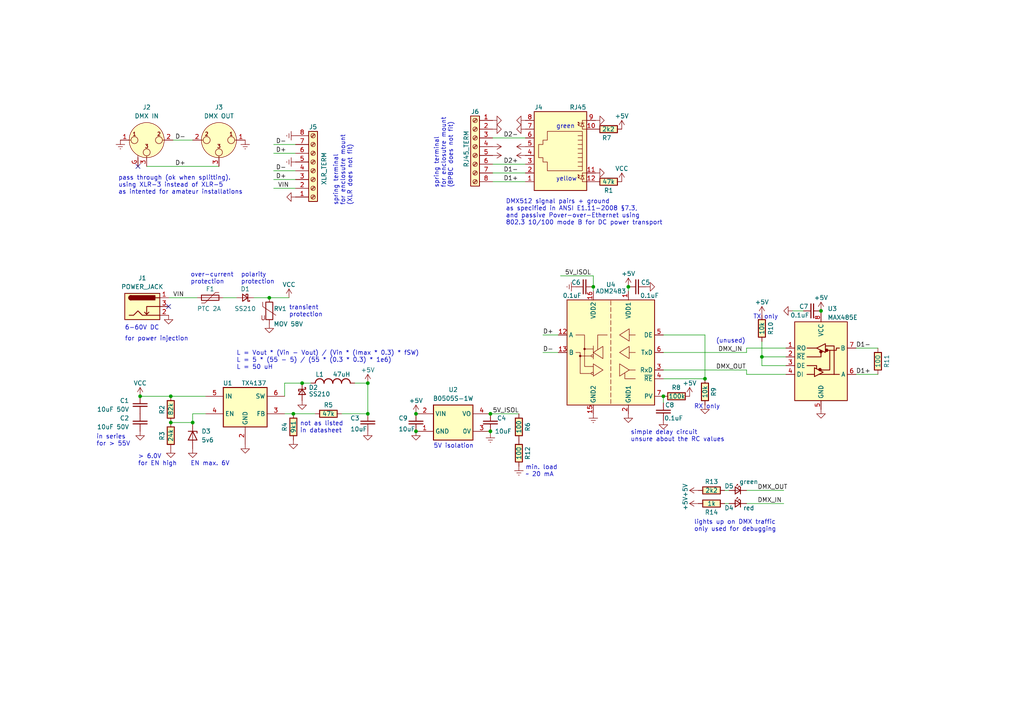
<source format=kicad_sch>
(kicad_sch (version 20230121) (generator eeschema)

  (uuid 43fc3289-82a7-492c-a423-3030e10115dc)

  (paper "A4")

  (title_block
    (title "WLED chain - DMX splitter")
    (date "$date$")
    (rev "$version$.$revision$")
    (company "CuVoodoo")
    (comment 1 "King Kévin")
    (comment 2 "CERN-OHL-S")
  )

  

  (junction (at 120.65 125.095) (diameter 0) (color 0 0 0 0)
    (uuid 053b9578-49d8-4919-a0f3-56e2340bd331)
  )
  (junction (at 40.64 114.935) (diameter 0) (color 0 0 0 0)
    (uuid 2381e810-f9ab-408f-8a13-568604598db3)
  )
  (junction (at 49.53 122.555) (diameter 0) (color 0 0 0 0)
    (uuid 3d3f9b05-2452-471e-a1d9-12ea01bce859)
  )
  (junction (at 238.125 90.17) (diameter 0) (color 0 0 0 0)
    (uuid 40ed2e16-cea1-4fa1-8bdf-cf015b444db3)
  )
  (junction (at 49.53 114.935) (diameter 0) (color 0 0 0 0)
    (uuid 418b8900-b8aa-408b-b20b-51b726e1ea8e)
  )
  (junction (at 172.085 83.185) (diameter 0) (color 0 0 0 0)
    (uuid 4f686cab-d470-4c38-98c2-52ab5aa35d83)
  )
  (junction (at 182.245 83.185) (diameter 0) (color 0 0 0 0)
    (uuid 51bd4a72-cbc2-4419-9a8c-af9e3441bf5f)
  )
  (junction (at 87.63 111.125) (diameter 0) (color 0 0 0 0)
    (uuid 595ae46b-574d-4228-a427-a190dbead22e)
  )
  (junction (at 106.68 111.125) (diameter 0) (color 0 0 0 0)
    (uuid 75101be1-061b-40fb-b1d0-412692f31790)
  )
  (junction (at 142.24 120.015) (diameter 0) (color 0 0 0 0)
    (uuid 7b3a716c-7310-4802-81b7-0d289cd89f7f)
  )
  (junction (at 120.65 120.015) (diameter 0) (color 0 0 0 0)
    (uuid 7dde6f66-5a7d-4110-a676-1dd34fc8651c)
  )
  (junction (at 106.68 120.015) (diameter 0) (color 0 0 0 0)
    (uuid 9ae3e424-e011-471f-a7c6-1205c33624d0)
  )
  (junction (at 78.105 86.36) (diameter 0) (color 0 0 0 0)
    (uuid 9c8ba87a-8d68-40be-96cf-4cb53fd58420)
  )
  (junction (at 204.47 109.855) (diameter 0) (color 0 0 0 0)
    (uuid b1bf8ba3-a169-48aa-83c2-bfdc456b92f3)
  )
  (junction (at 142.24 125.095) (diameter 0) (color 0 0 0 0)
    (uuid b95518fa-a2f6-4df3-a747-9066bd5222b4)
  )
  (junction (at 192.405 114.935) (diameter 0) (color 0 0 0 0)
    (uuid c482f8cf-039a-41df-a0f4-0a4ff4e693ce)
  )
  (junction (at 85.09 120.015) (diameter 0) (color 0 0 0 0)
    (uuid f0d48008-dca5-49bd-ba34-60ab0a6e2f4f)
  )
  (junction (at 55.88 122.555) (diameter 0) (color 0 0 0 0)
    (uuid f14341c2-e3e8-464c-b7e9-e5cae85309ef)
  )
  (junction (at 220.98 103.505) (diameter 0) (color 0 0 0 0)
    (uuid fa2cc5e3-284c-4751-bf45-3d17ab31cad8)
  )

  (no_connect (at 48.895 88.9) (uuid 0f2cf2e5-fba9-4f5a-9346-75a0c1627120))
  (no_connect (at 40.005 48.26) (uuid 49cf0752-3b41-4e1b-a36a-5d1632e728e1))

  (wire (pts (xy 50.165 40.64) (xy 55.88 40.64))
    (stroke (width 0) (type default))
    (uuid 0f936abd-1086-4d4e-95ef-610044c3f7d8)
  )
  (wire (pts (xy 79.375 49.53) (xy 85.725 49.53))
    (stroke (width 0) (type default))
    (uuid 0fc2c461-8858-4dcb-bff3-ef891c66c5d6)
  )
  (wire (pts (xy 82.55 114.935) (xy 82.55 111.125))
    (stroke (width 0) (type default))
    (uuid 10fbb8be-5db3-4c84-a84c-040d45b7bdb6)
  )
  (wire (pts (xy 79.375 54.61) (xy 85.725 54.61))
    (stroke (width 0) (type default))
    (uuid 158956e9-7b3c-4c61-955d-079399bcac62)
  )
  (wire (pts (xy 142.24 125.73) (xy 142.24 125.095))
    (stroke (width 0) (type default))
    (uuid 15bf186a-6bea-4b26-a32e-3c0ab418dad9)
  )
  (wire (pts (xy 204.47 97.155) (xy 204.47 109.855))
    (stroke (width 0) (type default))
    (uuid 1d3ded04-0197-443e-8386-69803b61a5dd)
  )
  (wire (pts (xy 157.48 97.155) (xy 161.925 97.155))
    (stroke (width 0) (type default))
    (uuid 1f40488e-c4d2-475d-a2fc-373560b5c09d)
  )
  (wire (pts (xy 172.085 83.185) (xy 172.085 84.455))
    (stroke (width 0) (type default))
    (uuid 1f6e4d34-18a6-4b3a-a9a8-4a7441fc2a36)
  )
  (wire (pts (xy 248.285 108.585) (xy 254.635 108.585))
    (stroke (width 0) (type default))
    (uuid 2cd5a208-f920-49c1-9c25-256cde4ef706)
  )
  (wire (pts (xy 220.98 103.505) (xy 227.965 103.505))
    (stroke (width 0) (type default))
    (uuid 2f42c3e2-0c11-44b7-b3fe-890995391646)
  )
  (wire (pts (xy 49.53 114.935) (xy 59.69 114.935))
    (stroke (width 0) (type default))
    (uuid 308805e9-9daf-43df-98b8-6580a1095126)
  )
  (wire (pts (xy 142.875 40.005) (xy 152.4 40.005))
    (stroke (width 0) (type default))
    (uuid 320ea6d6-4e3f-4154-9fda-a91a469fc8ce)
  )
  (wire (pts (xy 172.085 80.01) (xy 172.085 83.185))
    (stroke (width 0) (type default))
    (uuid 3380267d-4579-4bfb-9d56-84827b785c80)
  )
  (wire (pts (xy 192.405 97.155) (xy 204.47 97.155))
    (stroke (width 0) (type default))
    (uuid 3447473a-afce-4236-990d-da99b6ab7335)
  )
  (wire (pts (xy 142.875 47.625) (xy 152.4 47.625))
    (stroke (width 0) (type default))
    (uuid 3706c00b-2a6c-4a2f-a5d4-dea770bed30f)
  )
  (wire (pts (xy 142.875 50.165) (xy 152.4 50.165))
    (stroke (width 0) (type default))
    (uuid 3838bb9b-66d2-4446-b325-0f8b12ca4292)
  )
  (wire (pts (xy 192.405 102.235) (xy 216.535 102.235))
    (stroke (width 0) (type default))
    (uuid 3d876fbd-ab2c-4c86-9c40-691ea5501b2a)
  )
  (wire (pts (xy 227.965 108.585) (xy 216.535 108.585))
    (stroke (width 0) (type default))
    (uuid 481c49aa-b899-4efd-9d92-5eed96700f01)
  )
  (wire (pts (xy 227.965 106.045) (xy 220.98 106.045))
    (stroke (width 0) (type default))
    (uuid 4f15edda-b412-41da-8141-910e1f17649b)
  )
  (wire (pts (xy 99.06 120.015) (xy 106.68 120.015))
    (stroke (width 0) (type default))
    (uuid 4fa2f3cc-06fb-43e4-87d1-4fc3eb5304e5)
  )
  (wire (pts (xy 55.88 120.015) (xy 59.69 120.015))
    (stroke (width 0) (type default))
    (uuid 5526da05-d74f-4ed0-98c5-9fb4333895ba)
  )
  (wire (pts (xy 106.68 111.125) (xy 102.87 111.125))
    (stroke (width 0) (type default))
    (uuid 65751e3d-a409-4b27-b5ed-29f28a5c5da9)
  )
  (wire (pts (xy 85.09 120.015) (xy 82.55 120.015))
    (stroke (width 0) (type default))
    (uuid 6e496a29-dabd-489a-b960-11a0c4a25dc9)
  )
  (wire (pts (xy 40.64 114.935) (xy 49.53 114.935))
    (stroke (width 0) (type default))
    (uuid 6eb69764-766d-4b78-b565-db32f74f2855)
  )
  (wire (pts (xy 248.285 100.965) (xy 254.635 100.965))
    (stroke (width 0) (type default))
    (uuid 6f2cbad7-3d98-4f7c-99f0-392348314dfc)
  )
  (wire (pts (xy 142.24 120.015) (xy 150.495 120.015))
    (stroke (width 0) (type default))
    (uuid 7542ed79-5d7a-4e06-9f0b-13845f8a18dd)
  )
  (wire (pts (xy 79.375 52.07) (xy 85.725 52.07))
    (stroke (width 0) (type default))
    (uuid 79a6d424-c0db-477f-9f9b-a9d039181e49)
  )
  (wire (pts (xy 87.63 111.125) (xy 90.17 111.125))
    (stroke (width 0) (type default))
    (uuid 7f9e72aa-e383-4c05-93e6-413373280f84)
  )
  (wire (pts (xy 83.82 86.36) (xy 78.105 86.36))
    (stroke (width 0) (type default))
    (uuid 8713eb6e-da24-4fe1-a650-21f4fee310a7)
  )
  (wire (pts (xy 48.895 86.36) (xy 57.15 86.36))
    (stroke (width 0) (type default))
    (uuid 89462ab3-2fe5-423f-9cec-1734b6ca044f)
  )
  (wire (pts (xy 211.455 142.24) (xy 210.185 142.24))
    (stroke (width 0) (type default))
    (uuid 8aba5c4c-71c3-4fe1-ad8c-8556c0f93f77)
  )
  (wire (pts (xy 216.535 142.24) (xy 227.33 142.24))
    (stroke (width 0) (type default))
    (uuid 8ceabb47-7f53-4d8a-935c-55d891b859e5)
  )
  (wire (pts (xy 216.535 107.315) (xy 192.405 107.315))
    (stroke (width 0) (type default))
    (uuid 90061836-a73c-4a35-8519-ebd8891a9fd8)
  )
  (wire (pts (xy 64.77 86.36) (xy 68.58 86.36))
    (stroke (width 0) (type default))
    (uuid 95551246-37d7-47a7-b3ff-7ba834d48ce6)
  )
  (wire (pts (xy 157.48 102.235) (xy 161.925 102.235))
    (stroke (width 0) (type default))
    (uuid 95dce349-8f1d-41e7-854a-c52ffb43449e)
  )
  (wire (pts (xy 79.375 44.45) (xy 85.725 44.45))
    (stroke (width 0) (type default))
    (uuid a03181d1-ecaf-4c80-92fd-276612942dd5)
  )
  (wire (pts (xy 162.56 80.01) (xy 172.085 80.01))
    (stroke (width 0) (type default))
    (uuid b35e44ad-31df-471f-aea5-7c8e10aa5bc8)
  )
  (wire (pts (xy 85.09 120.015) (xy 91.44 120.015))
    (stroke (width 0) (type default))
    (uuid ba4cceb6-76d3-4219-80a2-f5d0cf57027b)
  )
  (wire (pts (xy 79.375 41.91) (xy 85.725 41.91))
    (stroke (width 0) (type default))
    (uuid bb3497d6-b531-468d-9c72-925c16217aaa)
  )
  (wire (pts (xy 220.98 103.505) (xy 220.98 99.06))
    (stroke (width 0) (type default))
    (uuid c5c21509-8118-44be-8a27-838b99b9eaa2)
  )
  (wire (pts (xy 216.535 100.965) (xy 216.535 102.235))
    (stroke (width 0) (type default))
    (uuid c67c03aa-982b-4af2-a1a0-83521400c3cb)
  )
  (wire (pts (xy 192.405 109.855) (xy 204.47 109.855))
    (stroke (width 0) (type default))
    (uuid c7343881-d8db-420f-aab2-e13b434e1590)
  )
  (wire (pts (xy 216.535 108.585) (xy 216.535 107.315))
    (stroke (width 0) (type default))
    (uuid ce478332-9786-4ce1-bfa6-078439103304)
  )
  (wire (pts (xy 216.535 146.05) (xy 227.33 146.05))
    (stroke (width 0) (type default))
    (uuid d3b10d94-a661-4f4e-ac5a-60c739a6b884)
  )
  (wire (pts (xy 82.55 111.125) (xy 87.63 111.125))
    (stroke (width 0) (type default))
    (uuid d6aa4b93-0a3e-44b4-8a90-202ae816bafb)
  )
  (wire (pts (xy 227.965 100.965) (xy 216.535 100.965))
    (stroke (width 0) (type default))
    (uuid d788f1ab-75fe-411f-b2b9-90584f4caf1c)
  )
  (wire (pts (xy 238.125 90.17) (xy 238.125 90.805))
    (stroke (width 0) (type default))
    (uuid db1a9a4d-6225-4300-8e37-8b285b968908)
  )
  (wire (pts (xy 55.88 120.015) (xy 55.88 122.555))
    (stroke (width 0) (type default))
    (uuid db30bf9e-a49d-40f9-af0c-5882c3adac23)
  )
  (wire (pts (xy 192.405 116.84) (xy 192.405 114.935))
    (stroke (width 0) (type default))
    (uuid dd41e5cf-7bff-45cf-ab29-82e097efdb25)
  )
  (wire (pts (xy 49.53 122.555) (xy 55.88 122.555))
    (stroke (width 0) (type default))
    (uuid dde1da80-3f8f-4954-a11f-a3d672630471)
  )
  (wire (pts (xy 229.87 90.17) (xy 233.045 90.17))
    (stroke (width 0) (type default))
    (uuid e5468fa1-58d6-44ce-b2ba-3f4e61c09509)
  )
  (wire (pts (xy 42.545 48.26) (xy 63.5 48.26))
    (stroke (width 0) (type default))
    (uuid eab6e8e8-47b1-4715-aaa5-9569e4b4f536)
  )
  (wire (pts (xy 210.185 146.05) (xy 211.455 146.05))
    (stroke (width 0) (type default))
    (uuid eb7b6c71-c82f-4b66-a965-c87669b3053e)
  )
  (wire (pts (xy 220.98 106.045) (xy 220.98 103.505))
    (stroke (width 0) (type default))
    (uuid ed31aaf2-2ee6-45fd-925a-79d8bdc6a109)
  )
  (wire (pts (xy 106.68 111.125) (xy 106.68 120.015))
    (stroke (width 0) (type default))
    (uuid ee6e5110-f91d-416e-8739-e182d10efeba)
  )
  (wire (pts (xy 142.875 52.705) (xy 152.4 52.705))
    (stroke (width 0) (type default))
    (uuid f5ac272e-5f3e-4bea-921a-d83e85fd6900)
  )
  (wire (pts (xy 182.245 83.185) (xy 182.245 84.455))
    (stroke (width 0) (type default))
    (uuid fc666d29-5d6b-4d74-b0a3-d44e5c86a4ec)
  )
  (wire (pts (xy 73.66 86.36) (xy 78.105 86.36))
    (stroke (width 0) (type default))
    (uuid fe9ed541-f877-4043-9bec-29681967409a)
  )

  (text "spring terminal\nfor enclosutre mount\n(8P8C does not fit)"
    (at 131.445 54.61 90)
    (effects (font (size 1.27 1.27)) (justify left bottom))
    (uuid 031f44db-a871-4da2-854d-d695dc6a34f9)
  )
  (text "6-60V DC" (at 36.195 95.885 0)
    (effects (font (size 1.27 1.27)) (justify left bottom))
    (uuid 0dd73fb4-1291-4d27-8beb-ccc430889b50)
  )
  (text "green" (at 161.29 37.465 0)
    (effects (font (size 1.27 1.27)) (justify left bottom))
    (uuid 28dd7ea7-8e68-488a-bb34-777a35d5b3f2)
  )
  (text "TX only" (at 218.44 92.71 0)
    (effects (font (size 1.27 1.27)) (justify left bottom))
    (uuid 29264ae5-f120-43db-818e-03dfe269079e)
  )
  (text "RX only" (at 201.295 118.745 0)
    (effects (font (size 1.27 1.27)) (justify left bottom))
    (uuid 3058cbb9-9528-4fb7-b3d0-7d85db70f7fd)
  )
  (text "in series\nfor > 55V" (at 27.94 129.54 0)
    (effects (font (size 1.27 1.27)) (justify left bottom))
    (uuid 3a2f1174-217f-43d2-949c-e2623932cfd3)
  )
  (text "simple delay circuit\nunsure about the RC values" (at 182.88 128.27 0)
    (effects (font (size 1.27 1.27)) (justify left bottom))
    (uuid 41c948ef-7e58-4d47-9133-a251c03e0361)
  )
  (text "not as listed\nin datasheet" (at 86.995 125.73 0)
    (effects (font (size 1.27 1.27)) (justify left bottom))
    (uuid 42b6afe3-50e6-4a1f-b203-d164fd481f5f)
  )
  (text "lights up on DMX traffic\nonly used for debugging" (at 201.295 154.305 0)
    (effects (font (size 1.27 1.27)) (justify left bottom))
    (uuid 4d2d01a9-1ef0-4db9-a360-49c90a79b025)
  )
  (text "polarity\nprotection" (at 69.85 82.55 0)
    (effects (font (size 1.27 1.27)) (justify left bottom))
    (uuid 52442132-575a-455f-ae5b-427cfdf130e3)
  )
  (text "> 6.0V\nfor EN high" (at 40.005 135.255 0)
    (effects (font (size 1.27 1.27)) (justify left bottom))
    (uuid 73b4343a-663d-403d-8e75-04800994235a)
  )
  (text "for power injection" (at 36.195 99.06 0)
    (effects (font (size 1.27 1.27)) (justify left bottom))
    (uuid 84d92566-d3f2-457d-9444-617cda37a503)
  )
  (text "transient\nprotection" (at 83.82 92.075 0)
    (effects (font (size 1.27 1.27)) (justify left bottom))
    (uuid 8a7d4db3-1013-4bd0-9baf-322a995e03bc)
  )
  (text "5V isolation" (at 125.73 130.175 0)
    (effects (font (size 1.27 1.27)) (justify left bottom))
    (uuid 8ad34a5c-a1ef-4805-ae3c-68b361a4965d)
  )
  (text "L = Vout * (Vin - Vout) / (Vin * (Imax * 0.3) * fSW)\nL = 5 * (55 - 5) / (55 * (0.3 * 0.3) * 1e6)\nL = 50 uH"
    (at 68.58 107.315 0)
    (effects (font (size 1.27 1.27)) (justify left bottom))
    (uuid 8f60ccff-3060-4c0d-b317-1450645cd81c)
  )
  (text "DMX512 signal pairs + ground\nas specified in ANSI E1.11-2008 §7.3,\nand passive Pover-over-Ethernet using\n802.3 10/100 mode B for DC power transport"
    (at 146.685 65.405 0)
    (effects (font (size 1.27 1.27)) (justify left bottom))
    (uuid ac5a79e7-a82c-4b0c-bed7-52e1ae9321e7)
  )
  (text "yellow" (at 161.29 52.705 0)
    (effects (font (size 1.27 1.27)) (justify left bottom))
    (uuid bf53cc9d-b054-4372-8499-6e86f961a585)
  )
  (text "over-current\nprotection" (at 55.245 82.55 0)
    (effects (font (size 1.27 1.27)) (justify left bottom))
    (uuid d05095ce-a53e-43d9-bd5b-071b63f0e606)
  )
  (text "(unused)" (at 207.645 99.695 0)
    (effects (font (size 1.27 1.27)) (justify left bottom))
    (uuid d6f19b0d-a5fc-4d8e-80c8-2fa8e99f9ded)
  )
  (text "min. load\n~ 20 mA\n" (at 152.4 138.43 0)
    (effects (font (size 1.27 1.27)) (justify left bottom))
    (uuid e03eba90-a039-4ba8-8743-5d6a48df46fe)
  )
  (text "spring terminal\nfor enclosutre mount\n(XLR does not fit)"
    (at 102.235 59.69 90)
    (effects (font (size 1.27 1.27)) (justify left bottom))
    (uuid e69a78de-4af1-4633-8493-e612da10e4b7)
  )
  (text "EN max. 6V" (at 55.245 135.255 0)
    (effects (font (size 1.27 1.27)) (justify left bottom))
    (uuid f0012ab9-32e1-4c03-95d6-e650eaa73d72)
  )
  (text "pass through (ok when splitting).\nusing XLR-3 instead of XLR-5\nas intented for amateur installations"
    (at 34.29 56.515 0)
    (effects (font (size 1.27 1.27)) (justify left bottom))
    (uuid f9d5ae8a-0441-4b0e-a374-b0fe681163f0)
  )

  (label "D+" (at 50.8 48.26 0) (fields_autoplaced)
    (effects (font (size 1.27 1.27)) (justify left bottom))
    (uuid 05b21ad9-1b73-4520-a103-4a2ac1da3c26)
  )
  (label "D2+" (at 146.05 47.625 0) (fields_autoplaced)
    (effects (font (size 1.27 1.27)) (justify left bottom))
    (uuid 0909c09d-378a-4dbc-a4a6-0335b7254cf7)
  )
  (label "D-" (at 50.8 40.64 0) (fields_autoplaced)
    (effects (font (size 1.27 1.27)) (justify left bottom))
    (uuid 1ffb166a-6296-4302-bcee-7affbec80e21)
  )
  (label "D-" (at 80.01 41.91 0) (fields_autoplaced)
    (effects (font (size 1.27 1.27)) (justify left bottom))
    (uuid 2821a32f-0f29-47c4-9900-6eeb472997ef)
  )
  (label "D+" (at 80.01 44.45 0) (fields_autoplaced)
    (effects (font (size 1.27 1.27)) (justify left bottom))
    (uuid 2cca75b3-9bd4-4f6e-bf98-ebb366f1ac58)
  )
  (label "DMX_OUT" (at 207.645 107.315 0) (fields_autoplaced)
    (effects (font (size 1.27 1.27)) (justify left bottom))
    (uuid 5ba1eb25-b74d-4bb4-9c20-e2cda774f581)
  )
  (label "VIN" (at 83.82 54.61 180) (fields_autoplaced)
    (effects (font (size 1.27 1.27)) (justify right bottom))
    (uuid 614f7f1d-f2a9-4af6-a9ba-6f0a4bfa8a50)
  )
  (label "5V_ISOL" (at 163.83 80.01 0) (fields_autoplaced)
    (effects (font (size 1.27 1.27)) (justify left bottom))
    (uuid 6afb4245-d4df-4b35-beb9-31fbed07380c)
  )
  (label "DMX_IN" (at 219.71 146.05 0) (fields_autoplaced)
    (effects (font (size 1.27 1.27)) (justify left bottom))
    (uuid 7247b15f-cb68-4c31-9ab7-38777094dc97)
  )
  (label "D1-" (at 248.285 100.965 0) (fields_autoplaced)
    (effects (font (size 1.27 1.27)) (justify left bottom))
    (uuid 85424c32-c829-49b6-ba9d-2254446bf4e0)
  )
  (label "D1+" (at 248.285 108.585 0) (fields_autoplaced)
    (effects (font (size 1.27 1.27)) (justify left bottom))
    (uuid 85ac18a4-7019-4db9-8f67-521f23a9e4b4)
  )
  (label "VIN" (at 50.165 86.36 0) (fields_autoplaced)
    (effects (font (size 1.27 1.27)) (justify left bottom))
    (uuid 88e2cbe6-c931-461e-b986-a1ef85fa403a)
  )
  (label "D-" (at 157.48 102.235 0) (fields_autoplaced)
    (effects (font (size 1.27 1.27)) (justify left bottom))
    (uuid 8be4332f-965d-40c6-bbca-91908b9197c3)
  )
  (label "D1+" (at 146.05 52.705 0) (fields_autoplaced)
    (effects (font (size 1.27 1.27)) (justify left bottom))
    (uuid 8e6d5855-462c-4437-a446-97716b02f51a)
  )
  (label "D+" (at 157.48 97.155 0) (fields_autoplaced)
    (effects (font (size 1.27 1.27)) (justify left bottom))
    (uuid bded141a-e54a-40c0-b237-c390585fd9e1)
  )
  (label "DMX_OUT" (at 219.71 142.24 0) (fields_autoplaced)
    (effects (font (size 1.27 1.27)) (justify left bottom))
    (uuid c66500e0-0d14-4f99-939f-cc61ad90589e)
  )
  (label "D1-" (at 146.05 50.165 0) (fields_autoplaced)
    (effects (font (size 1.27 1.27)) (justify left bottom))
    (uuid c7559f4f-867b-4ba6-8931-250c9b68b4f5)
  )
  (label "5V_ISOL" (at 142.875 120.015 0) (fields_autoplaced)
    (effects (font (size 1.27 1.27)) (justify left bottom))
    (uuid ccb270ac-827d-4278-ac0a-e65ff5670cfe)
  )
  (label "D-" (at 80.01 49.53 0) (fields_autoplaced)
    (effects (font (size 1.27 1.27)) (justify left bottom))
    (uuid d15cffd9-62b3-491c-bf37-e19482b1e9fa)
  )
  (label "D+" (at 80.01 52.07 0) (fields_autoplaced)
    (effects (font (size 1.27 1.27)) (justify left bottom))
    (uuid de6882bf-d9d1-4970-95b2-abe37bcd5641)
  )
  (label "DMX_IN" (at 208.28 102.235 0) (fields_autoplaced)
    (effects (font (size 1.27 1.27)) (justify left bottom))
    (uuid ef9844b9-b9b9-4850-858c-7b98ca7d9385)
  )
  (label "D2-" (at 146.05 40.005 0) (fields_autoplaced)
    (effects (font (size 1.27 1.27)) (justify left bottom))
    (uuid f364b9e1-21b7-4bb0-b485-4dcddcb206d6)
  )

  (symbol (lib_id "partdb:resistor/0603WAF9101T5E") (at 85.09 123.825 90) (unit 1)
    (in_bom yes) (on_board yes) (dnp no)
    (uuid 04f17e85-ed11-4596-b473-75959e289822)
    (property "Reference" "R4" (at 82.55 123.825 0)
      (effects (font (size 1.27 1.27)))
    )
    (property "Value" "9k1" (at 85.09 123.825 0)
      (effects (font (size 1.27 1.27)))
    )
    (property "Footprint" "qeda:UC1608X55N" (at 85.09 123.825 0)
      (effects (font (size 1.27 1.27)) hide)
    )
    (property "Datasheet" "https://datasheet.lcsc.com/lcsc/2206010100_UNI-ROYAL-Uniroyal-Elec-0603WAF9101T5E_C23260.pdf" (at 85.09 123.825 0)
      (effects (font (size 1.27 1.27)) hide)
    )
    (property "Description" "R0603 9.1k 1%" (at 85.09 123.825 0)
      (effects (font (size 1.27 1.27)) hide)
    )
    (property "qeda_part" "resistor/r0603" (at 85.09 123.825 0)
      (effects (font (size 1.27 1.27)) hide)
    )
    (property "qeda_variant" "" (at 85.09 123.825 0)
      (effects (font (size 1.27 1.27)) hide)
    )
    (property "JLCPCB_CORRECTION" "0;0;-90" (at 85.09 123.825 0)
      (effects (font (size 1.27 1.27)) hide)
    )
    (property "LCSC" "C22912" (at 85.09 123.825 0)
      (effects (font (size 1.27 1.27)) hide)
    )
    (property "JLCPCB" "C23260" (at 85.09 123.825 0)
      (effects (font (size 1.27 1.27)) hide)
    )
    (property "DigiKey" "" (at 85.09 123.825 0)
      (effects (font (size 1.27 1.27)) hide)
    )
    (pin "1" (uuid b50e39b5-1d4e-4765-a4ab-a20e3ebcf687))
    (pin "2" (uuid a33d6c23-2603-4846-93bb-0ae6f8e87c35))
    (instances
      (project "dmx_splitter"
        (path "/43fc3289-82a7-492c-a423-3030e10115dc"
          (reference "R4") (unit 1)
        )
      )
    )
  )

  (symbol (lib_id "power:GND") (at 85.725 57.15 270) (unit 1)
    (in_bom yes) (on_board yes) (dnp no)
    (uuid 05d8c1be-4ca9-43ae-a99c-e3f061924981)
    (property "Reference" "#PWR032" (at 79.375 57.15 0)
      (effects (font (size 1.27 1.27)) hide)
    )
    (property "Value" "GND" (at 80.645 57.15 0)
      (effects (font (size 1.27 1.27)) hide)
    )
    (property "Footprint" "" (at 85.725 57.15 0)
      (effects (font (size 1.27 1.27)) hide)
    )
    (property "Datasheet" "" (at 85.725 57.15 0)
      (effects (font (size 1.27 1.27)) hide)
    )
    (pin "1" (uuid 07b6ff2f-2060-403f-8b33-dda3c33e2719))
    (instances
      (project "dmx_splitter"
        (path "/43fc3289-82a7-492c-a423-3030e10115dc"
          (reference "#PWR032") (unit 1)
        )
      )
    )
  )

  (symbol (lib_id "partdb:resistor/0603WAF8202T5E") (at 49.53 118.745 90) (unit 1)
    (in_bom yes) (on_board yes) (dnp no)
    (uuid 075809b1-55d0-4c4a-84a8-3574180e3223)
    (property "Reference" "R2" (at 46.99 117.475 0)
      (effects (font (size 1.27 1.27)) (justify right))
    )
    (property "Value" "82k" (at 49.53 116.84 0)
      (effects (font (size 1.27 1.27)) (justify right))
    )
    (property "Footprint" "qeda:UC1608X55N" (at 49.53 118.745 0)
      (effects (font (size 1.27 1.27)) hide)
    )
    (property "Datasheet" "https://datasheet.lcsc.com/lcsc/2206010100_UNI-ROYAL-Uniroyal-Elec-0603WAF8202T5E_C23254.pdf" (at 49.53 118.745 0)
      (effects (font (size 1.27 1.27)) hide)
    )
    (property "Description" "R0603 82k 1%" (at 49.53 118.745 0)
      (effects (font (size 1.27 1.27)) hide)
    )
    (property "qeda_part" "resistor/r0603" (at 49.53 118.745 0)
      (effects (font (size 1.27 1.27)) hide)
    )
    (property "qeda_variant" "" (at 49.53 118.745 0)
      (effects (font (size 1.27 1.27)) hide)
    )
    (property "JLCPCB_CORRECTION" "0;0;-90" (at 49.53 118.745 0)
      (effects (font (size 1.27 1.27)) hide)
    )
    (property "LCSC" "C23254" (at 49.53 118.745 0)
      (effects (font (size 1.27 1.27)) hide)
    )
    (property "JLCPCB" "C23254" (at 49.53 118.745 0)
      (effects (font (size 1.27 1.27)) hide)
    )
    (property "DigiKey" "" (at 49.53 118.745 0)
      (effects (font (size 1.27 1.27)) hide)
    )
    (pin "1" (uuid c821ca14-a414-4eae-9d12-f63d3d54f246))
    (pin "2" (uuid 792ae1a5-b82c-4059-ba6d-41d4aa3fca5a))
    (instances
      (project "dmx_splitter"
        (path "/43fc3289-82a7-492c-a423-3030e10115dc"
          (reference "R2") (unit 1)
        )
      )
    )
  )

  (symbol (lib_id "partdb:inductor/CY43-47UH") (at 96.52 111.125 0) (unit 1)
    (in_bom yes) (on_board yes) (dnp no)
    (uuid 08b80af2-70fe-428c-8562-80919de2fd17)
    (property "Reference" "L1" (at 92.71 108.585 0)
      (effects (font (size 1.27 1.27)))
    )
    (property "Value" "47uH" (at 99.06 108.585 0)
      (effects (font (size 1.27 1.27)))
    )
    (property "Footprint" "qeda:INDUCTOR_L4540" (at 96.52 111.125 0)
      (effects (font (size 1.27 1.27)) hide)
    )
    (property "Datasheet" "" (at 96.52 111.125 0)
      (effects (font (size 1.27 1.27)) hide)
    )
    (property "Description" "47uH, 400mA" (at 96.52 111.125 0)
      (effects (font (size 1.27 1.27)) hide)
    )
    (property "qeda_part" "inductor/l4540" (at 96.52 111.125 0)
      (effects (font (size 1.27 1.27)) hide)
    )
    (property "qeda_variant" "" (at 96.52 111.125 0)
      (effects (font (size 1.27 1.27)) hide)
    )
    (property "JLCPCB_CORRECTION" "" (at 96.52 111.125 0)
      (effects (font (size 1.27 1.27)) hide)
    )
    (property "LCSC" "C2929422" (at 96.52 111.125 0)
      (effects (font (size 1.27 1.27)) hide)
    )
    (property "JLCPCB" "" (at 96.52 111.125 0)
      (effects (font (size 1.27 1.27)) hide)
    )
    (property "DigiKey" "" (at 96.52 111.125 0)
      (effects (font (size 1.27 1.27)) hide)
    )
    (pin "1" (uuid 5fa7ce73-ae1c-4ceb-ad62-ef8d57e1b67d))
    (pin "2" (uuid 84d8a405-7103-4ae4-90ab-dc6f0ed5f6ce))
    (instances
      (project "dmx_splitter"
        (path "/43fc3289-82a7-492c-a423-3030e10115dc"
          (reference "L1") (unit 1)
        )
      )
    )
  )

  (symbol (lib_id "power:+5V") (at 202.565 146.05 90) (unit 1)
    (in_bom yes) (on_board yes) (dnp no)
    (uuid 0a7b90d1-dff6-4e21-a43b-2d8ac8e27be7)
    (property "Reference" "#PWR046" (at 206.375 146.05 0)
      (effects (font (size 1.27 1.27)) hide)
    )
    (property "Value" "+5V" (at 198.755 146.05 0)
      (effects (font (size 1.27 1.27)))
    )
    (property "Footprint" "" (at 202.565 146.05 0)
      (effects (font (size 1.27 1.27)) hide)
    )
    (property "Datasheet" "" (at 202.565 146.05 0)
      (effects (font (size 1.27 1.27)) hide)
    )
    (pin "1" (uuid 3e145f7a-5989-4206-8e49-ec28660e8ce0))
    (instances
      (project "dmx_splitter"
        (path "/43fc3289-82a7-492c-a423-3030e10115dc"
          (reference "#PWR046") (unit 1)
        )
      )
    )
  )

  (symbol (lib_id "power:GND") (at 40.64 125.095 0) (unit 1)
    (in_bom yes) (on_board yes) (dnp no)
    (uuid 0bc7571e-cf8c-4e67-9ee3-460d867983e8)
    (property "Reference" "#PWR014" (at 40.64 131.445 0)
      (effects (font (size 1.27 1.27)) hide)
    )
    (property "Value" "GND" (at 40.64 130.175 0)
      (effects (font (size 1.27 1.27)) hide)
    )
    (property "Footprint" "" (at 40.64 125.095 0)
      (effects (font (size 1.27 1.27)) hide)
    )
    (property "Datasheet" "" (at 40.64 125.095 0)
      (effects (font (size 1.27 1.27)) hide)
    )
    (pin "1" (uuid b2b4a68e-5653-4049-aabe-5325862137ce))
    (instances
      (project "dmx_splitter"
        (path "/43fc3289-82a7-492c-a423-3030e10115dc"
          (reference "#PWR014") (unit 1)
        )
      )
    )
  )

  (symbol (lib_id "partdb:capacitor/CC0603KRX7R9BB104") (at 169.545 83.185 0) (unit 1)
    (in_bom yes) (on_board yes) (dnp no)
    (uuid 0beb49c6-6d65-42da-b0b2-531e1ec7fa9a)
    (property "Reference" "C6" (at 165.735 81.915 0)
      (effects (font (size 1.27 1.27)) (justify left))
    )
    (property "Value" "0.1uF" (at 163.195 85.725 0)
      (effects (font (size 1.27 1.27)) (justify left))
    )
    (property "Footprint" "qeda:CAPC1608X92N" (at 169.545 83.185 0)
      (effects (font (size 1.27 1.27)) hide)
    )
    (property "Datasheet" "https://datasheet.lcsc.com/lcsc/2211101700_YAGEO-CC0603KRX7R9BB104_C14663.pdf" (at 169.545 83.185 0)
      (effects (font (size 1.27 1.27)) hide)
    )
    (property "qeda_part" "capacitor/c0603" (at 169.545 83.185 0)
      (effects (font (size 1.27 1.27)) hide)
    )
    (property "qeda_variant" "" (at 169.545 83.185 0)
      (effects (font (size 1.27 1.27)) hide)
    )
    (property "JLCPCB_CORRECTION" "0;0;-90" (at 169.545 83.185 0)
      (effects (font (size 1.27 1.27)) hide)
    )
    (property "Description" "C0603 0.1uF 10%" (at 169.545 83.185 0)
      (effects (font (size 1.27 1.27)) hide)
    )
    (property "LCSC" "C14663" (at 169.545 83.185 0)
      (effects (font (size 1.27 1.27)) hide)
    )
    (property "JLCPCB" "" (at 169.545 83.185 0)
      (effects (font (size 1.27 1.27)) hide)
    )
    (property "DigiKey" "311-1335-1-ND" (at 169.545 83.185 0)
      (effects (font (size 1.27 1.27)) hide)
    )
    (property "Manufacturer" "YAGEO" (at 169.545 83.185 0)
      (effects (font (size 1.27 1.27)) hide)
    )
    (property "MPN" "CC0603KRX7R9BB104" (at 169.545 83.185 0)
      (effects (font (size 1.27 1.27)) hide)
    )
    (property "manufacturer" "YAGEO" (at 169.545 83.185 0)
      (effects (font (size 1.27 1.27)) hide)
    )
    (property "mpn" "CC0603KRX7R9BB104" (at 169.545 83.185 0)
      (effects (font (size 1.27 1.27)) hide)
    )
    (pin "1" (uuid 40d8518c-16fa-4310-ab8b-93dc58b722d4))
    (pin "2" (uuid 6b6c1ea0-8894-4175-b905-29dc9008c079))
    (instances
      (project "dmx_splitter"
        (path "/43fc3289-82a7-492c-a423-3030e10115dc"
          (reference "C6") (unit 1)
        )
      )
    )
  )

  (symbol (lib_id "power:+5V") (at 200.025 114.935 0) (unit 1)
    (in_bom yes) (on_board yes) (dnp no)
    (uuid 0c1c1f13-eabd-46e9-9ff1-b5725c9aab12)
    (property "Reference" "#PWR042" (at 200.025 118.745 0)
      (effects (font (size 1.27 1.27)) hide)
    )
    (property "Value" "+5V" (at 200.025 111.125 0)
      (effects (font (size 1.27 1.27)))
    )
    (property "Footprint" "" (at 200.025 114.935 0)
      (effects (font (size 1.27 1.27)) hide)
    )
    (property "Datasheet" "" (at 200.025 114.935 0)
      (effects (font (size 1.27 1.27)) hide)
    )
    (pin "1" (uuid a2e7376d-f44b-4335-9713-ef5adeeec4e0))
    (instances
      (project "dmx_splitter"
        (path "/43fc3289-82a7-492c-a423-3030e10115dc"
          (reference "#PWR042") (unit 1)
        )
      )
    )
  )

  (symbol (lib_id "power:GND") (at 120.65 125.095 0) (unit 1)
    (in_bom yes) (on_board yes) (dnp no) (fields_autoplaced)
    (uuid 0f3ff3e2-ff38-4bf8-9151-a42e33c27af4)
    (property "Reference" "#PWR034" (at 120.65 131.445 0)
      (effects (font (size 1.27 1.27)) hide)
    )
    (property "Value" "GND" (at 120.65 130.175 0)
      (effects (font (size 1.27 1.27)) hide)
    )
    (property "Footprint" "" (at 120.65 125.095 0)
      (effects (font (size 1.27 1.27)) hide)
    )
    (property "Datasheet" "" (at 120.65 125.095 0)
      (effects (font (size 1.27 1.27)) hide)
    )
    (pin "1" (uuid 0d65b26a-ce43-4ff5-884e-69b32ba1c75f))
    (instances
      (project "dmx_splitter"
        (path "/43fc3289-82a7-492c-a423-3030e10115dc"
          (reference "#PWR034") (unit 1)
        )
      )
    )
  )

  (symbol (lib_id "power:GND") (at 48.895 91.44 0) (unit 1)
    (in_bom yes) (on_board yes) (dnp no) (fields_autoplaced)
    (uuid 1a2e9b17-57c2-4323-8988-3e23e3f966d8)
    (property "Reference" "#PWR02" (at 48.895 97.79 0)
      (effects (font (size 1.27 1.27)) hide)
    )
    (property "Value" "GND" (at 48.895 95.885 0)
      (effects (font (size 1.27 1.27)) hide)
    )
    (property "Footprint" "" (at 48.895 91.44 0)
      (effects (font (size 1.27 1.27)) hide)
    )
    (property "Datasheet" "" (at 48.895 91.44 0)
      (effects (font (size 1.27 1.27)) hide)
    )
    (pin "1" (uuid eacb7c1d-306d-4453-b08b-c2ca37d07d02))
    (instances
      (project "dmx_splitter"
        (path "/43fc3289-82a7-492c-a423-3030e10115dc"
          (reference "#PWR02") (unit 1)
        )
      )
    )
  )

  (symbol (lib_id "partdb:resistor/0603WAF1000T5E") (at 150.495 131.445 270) (mirror x) (unit 1)
    (in_bom yes) (on_board yes) (dnp no)
    (uuid 1bfae538-9390-428f-b5ff-036883c7cbb8)
    (property "Reference" "R12" (at 153.035 131.445 0)
      (effects (font (size 1.27 1.27)))
    )
    (property "Value" "100" (at 150.495 131.445 0)
      (effects (font (size 1.27 1.27)))
    )
    (property "Footprint" "qeda:UC1608X55N" (at 150.495 131.445 0)
      (effects (font (size 1.27 1.27)) hide)
    )
    (property "Datasheet" "https://datasheet.lcsc.com/lcsc/2206010130_UNI-ROYAL-Uniroyal-Elec-0603WAF1000T5E_C22775.pdf" (at 150.495 131.445 0)
      (effects (font (size 1.27 1.27)) hide)
    )
    (property "Description" "R0603 100 1%" (at 150.495 131.445 0)
      (effects (font (size 1.27 1.27)) hide)
    )
    (property "qeda_part" "resistor/r0603" (at 150.495 131.445 0)
      (effects (font (size 1.27 1.27)) hide)
    )
    (property "qeda_variant" "" (at 150.495 131.445 0)
      (effects (font (size 1.27 1.27)) hide)
    )
    (property "JLCPCB_CORRECTION" "0;0;-90" (at 150.495 131.445 0)
      (effects (font (size 1.27 1.27)) hide)
    )
    (property "LCSC" "C22775" (at 150.495 131.445 0)
      (effects (font (size 1.27 1.27)) hide)
    )
    (property "JLCPCB" "C22775" (at 150.495 131.445 0)
      (effects (font (size 1.27 1.27)) hide)
    )
    (property "DigiKey" "" (at 150.495 131.445 0)
      (effects (font (size 1.27 1.27)) hide)
    )
    (property "Manufacturer" "UNI-ROYAL(Uniroyal Elec)" (at 150.495 131.445 0)
      (effects (font (size 1.27 1.27)) hide)
    )
    (property "MPN" "0603WAF1000T5E" (at 150.495 131.445 0)
      (effects (font (size 1.27 1.27)) hide)
    )
    (property "manufacturer" "" (at 150.495 131.445 0)
      (effects (font (size 1.27 1.27)) hide)
    )
    (property "mpn" "" (at 150.495 131.445 0)
      (effects (font (size 1.27 1.27)) hide)
    )
    (pin "1" (uuid e7306d44-ca48-43a7-b8f4-2a6d6f847b19))
    (pin "2" (uuid ed4b8ae5-ae5c-4ef1-81d7-187c7a435080))
    (instances
      (project "dmx_splitter"
        (path "/43fc3289-82a7-492c-a423-3030e10115dc"
          (reference "R12") (unit 1)
        )
      )
    )
  )

  (symbol (lib_id "power:GNDREF") (at 71.12 40.64 0) (unit 1)
    (in_bom yes) (on_board yes) (dnp no) (fields_autoplaced)
    (uuid 1ce7ad63-d049-4e8e-a91c-01eaed243fbb)
    (property "Reference" "#PWR025" (at 71.12 46.99 0)
      (effects (font (size 1.27 1.27)) hide)
    )
    (property "Value" "GNDREF" (at 71.12 45.085 0)
      (effects (font (size 1.27 1.27)) hide)
    )
    (property "Footprint" "" (at 71.12 40.64 0)
      (effects (font (size 1.27 1.27)) hide)
    )
    (property "Datasheet" "" (at 71.12 40.64 0)
      (effects (font (size 1.27 1.27)) hide)
    )
    (pin "1" (uuid 88e2c3b9-1640-4c30-965c-d0f815732136))
    (instances
      (project "dmx_splitter"
        (path "/43fc3289-82a7-492c-a423-3030e10115dc"
          (reference "#PWR025") (unit 1)
        )
      )
    )
  )

  (symbol (lib_id "power:GNDREF") (at 85.725 46.99 270) (unit 1)
    (in_bom yes) (on_board yes) (dnp no) (fields_autoplaced)
    (uuid 1e037904-fadb-43c3-8f69-fd39a5430929)
    (property "Reference" "#PWR030" (at 79.375 46.99 0)
      (effects (font (size 1.27 1.27)) hide)
    )
    (property "Value" "GNDREF" (at 81.28 46.99 0)
      (effects (font (size 1.27 1.27)) hide)
    )
    (property "Footprint" "" (at 85.725 46.99 0)
      (effects (font (size 1.27 1.27)) hide)
    )
    (property "Datasheet" "" (at 85.725 46.99 0)
      (effects (font (size 1.27 1.27)) hide)
    )
    (pin "1" (uuid b3d99ff8-831f-4675-95a6-c5ae374e3961))
    (instances
      (project "dmx_splitter"
        (path "/43fc3289-82a7-492c-a423-3030e10115dc"
          (reference "#PWR030") (unit 1)
        )
      )
    )
  )

  (symbol (lib_id "partdb:capacitor/C0603 10uF") (at 106.68 122.555 270) (mirror x) (unit 1)
    (in_bom yes) (on_board yes) (dnp no)
    (uuid 1e2b0abb-efad-4344-b9be-5d2778b5d66a)
    (property "Reference" "C3" (at 101.6 121.285 90)
      (effects (font (size 1.27 1.27)) (justify left))
    )
    (property "Value" "10uF" (at 101.6 124.46 90)
      (effects (font (size 1.27 1.27)) (justify left))
    )
    (property "Footprint" "qeda:CAPC1608X92N" (at 106.68 122.555 0)
      (effects (font (size 1.27 1.27)) hide)
    )
    (property "Datasheet" "Chip capacitor 1.6x0.8 mm" (at 106.68 122.555 0)
      (effects (font (size 1.27 1.27)) hide)
    )
    (property "qeda_part" "capacitor/c0603" (at 106.68 122.555 0)
      (effects (font (size 1.27 1.27)) hide)
    )
    (property "qeda_variant" "" (at 106.68 122.555 0)
      (effects (font (size 1.27 1.27)) hide)
    )
    (property "JLCPCB_CORRECTION" "0;0;-90" (at 106.68 122.555 0)
      (effects (font (size 1.27 1.27)) hide)
    )
    (property "Description" "10V X5R 20%" (at 106.68 122.555 0)
      (effects (font (size 1.27 1.27)) hide)
    )
    (property "LCSC" "C85713" (at 106.68 122.555 0)
      (effects (font (size 1.27 1.27)) hide)
    )
    (property "JLCPCB" "C19702" (at 106.68 122.555 0)
      (effects (font (size 1.27 1.27)) hide)
    )
    (property "DigiKey" "" (at 106.68 122.555 0)
      (effects (font (size 1.27 1.27)) hide)
    )
    (pin "1" (uuid adef5e92-eea3-4978-abcd-8087bdf1acdc))
    (pin "2" (uuid a75f4b6b-7c04-40f1-a157-9e5ba5e628af))
    (instances
      (project "dmx_splitter"
        (path "/43fc3289-82a7-492c-a423-3030e10115dc"
          (reference "C3") (unit 1)
        )
      )
    )
  )

  (symbol (lib_id "partdb:connector/XLR-15-N3L") (at 42.545 40.64 0) (unit 1)
    (in_bom yes) (on_board yes) (dnp no) (fields_autoplaced)
    (uuid 1ec1cfd6-9d99-4b13-8dcf-f29dbd87e837)
    (property "Reference" "J2" (at 42.545 31.115 0)
      (effects (font (size 1.27 1.27)))
    )
    (property "Value" "DMX IN" (at 42.545 33.655 0)
      (effects (font (size 1.27 1.27)))
    )
    (property "Footprint" "qeda:CONNECTOR_XLR-15-N3L" (at 42.545 40.64 0)
      (effects (font (size 1.27 1.27)) hide)
    )
    (property "Datasheet" "" (at 42.545 40.64 0)
      (effects (font (size 1.27 1.27)) hide)
    )
    (property "Description" "6A XLR male socket" (at 42.545 40.64 0)
      (effects (font (size 1.27 1.27)) hide)
    )
    (property "qeda_part" "connector/xlr-15-n3l" (at 42.545 40.64 0)
      (effects (font (size 1.27 1.27)) hide)
    )
    (property "qeda_variant" "" (at 42.545 40.64 0)
      (effects (font (size 1.27 1.27)) hide)
    )
    (property "JLCPCB_CORRECTION" "" (at 42.545 40.64 0)
      (effects (font (size 1.27 1.27)) hide)
    )
    (property "LCSC" "C558606" (at 42.545 40.64 0)
      (effects (font (size 1.27 1.27)) hide)
    )
    (property "JLCPCB" "" (at 42.545 40.64 0)
      (effects (font (size 1.27 1.27)) hide)
    )
    (property "DigiKey" "" (at 42.545 40.64 0)
      (effects (font (size 1.27 1.27)) hide)
    )
    (pin "1" (uuid 08b8afb4-f9b5-4f71-986b-2b709e2723c1))
    (pin "2" (uuid 4b564bfd-be4c-4dba-87aa-dde7f8265248))
    (pin "3" (uuid ed186d0e-243e-4e67-b3f2-5b16f7046f37))
    (pin "G" (uuid c3eb4b01-943b-4b31-a515-cb9e5c584d16))
    (instances
      (project "dmx_splitter"
        (path "/43fc3289-82a7-492c-a423-3030e10115dc"
          (reference "J2") (unit 1)
        )
      )
    )
  )

  (symbol (lib_id "power:GND") (at 87.63 116.205 0) (unit 1)
    (in_bom yes) (on_board yes) (dnp no)
    (uuid 26b767e8-61d4-41d9-a2d7-cc88dfe6e57e)
    (property "Reference" "#PWR018" (at 87.63 122.555 0)
      (effects (font (size 1.27 1.27)) hide)
    )
    (property "Value" "GND" (at 87.63 121.285 0)
      (effects (font (size 1.27 1.27)) hide)
    )
    (property "Footprint" "" (at 87.63 116.205 0)
      (effects (font (size 1.27 1.27)) hide)
    )
    (property "Datasheet" "" (at 87.63 116.205 0)
      (effects (font (size 1.27 1.27)) hide)
    )
    (pin "1" (uuid 2ac57d8c-0b6e-4ff0-89d5-8643715221e6))
    (instances
      (project "dmx_splitter"
        (path "/43fc3289-82a7-492c-a423-3030e10115dc"
          (reference "#PWR018") (unit 1)
        )
      )
    )
  )

  (symbol (lib_name "resistor/0603WAF2201T5E_1") (lib_id "partdb:resistor/0603WAF2201T5E") (at 206.375 142.24 0) (unit 1)
    (in_bom yes) (on_board yes) (dnp no)
    (uuid 2738102c-ec23-4a23-a3a7-934f819854a1)
    (property "Reference" "R13" (at 206.375 139.7 0)
      (effects (font (size 1.27 1.27)))
    )
    (property "Value" "2k2" (at 206.375 142.24 0)
      (effects (font (size 1.27 1.27)))
    )
    (property "Footprint" "qeda:UC1608X55N" (at 206.375 142.24 0)
      (effects (font (size 1.27 1.27)) hide)
    )
    (property "Datasheet" "https://datasheet.lcsc.com/lcsc/2206010230_UNI-ROYAL-Uniroyal-Elec-0603WAF2201T5E_C4190.pdf" (at 206.375 142.24 0)
      (effects (font (size 1.27 1.27)) hide)
    )
    (property "Description" "R0603 2.2k 1%" (at 206.375 142.24 0)
      (effects (font (size 1.27 1.27)) hide)
    )
    (property "qeda_part" "resistor/r0603" (at 206.375 142.24 0)
      (effects (font (size 1.27 1.27)) hide)
    )
    (property "qeda_variant" "" (at 206.375 142.24 0)
      (effects (font (size 1.27 1.27)) hide)
    )
    (property "JLCPCB_CORRECTION" "0;0;-90" (at 206.375 142.24 0)
      (effects (font (size 1.27 1.27)) hide)
    )
    (property "LCSC" "C4190" (at 206.375 142.24 0)
      (effects (font (size 1.27 1.27)) hide)
    )
    (property "JLCPCB" "C4190" (at 206.375 142.24 0)
      (effects (font (size 1.27 1.27)) hide)
    )
    (property "DigiKey" "" (at 206.375 142.24 0)
      (effects (font (size 1.27 1.27)) hide)
    )
    (pin "1" (uuid 2bd91397-d281-401a-8d1f-1c86e6ee3d24))
    (pin "2" (uuid bc468930-603c-4b69-b5c1-763a11fb875c))
    (instances
      (project "dmx_splitter"
        (path "/43fc3289-82a7-492c-a423-3030e10115dc"
          (reference "R13") (unit 1)
        )
      )
    )
  )

  (symbol (lib_id "partdb:resistor/0603WAF2402T5E") (at 49.53 126.365 90) (unit 1)
    (in_bom yes) (on_board yes) (dnp no)
    (uuid 2e2e7150-494e-4a3e-8592-88a2c3f13c6e)
    (property "Reference" "R3" (at 46.99 125.095 0)
      (effects (font (size 1.27 1.27)) (justify right))
    )
    (property "Value" "24k" (at 49.53 124.46 0)
      (effects (font (size 1.27 1.27)) (justify right))
    )
    (property "Footprint" "qeda:UC1608X55N" (at 49.53 126.365 0)
      (effects (font (size 1.27 1.27)) hide)
    )
    (property "Datasheet" "https://datasheet.lcsc.com/lcsc/2206010100_UNI-ROYAL-Uniroyal-Elec-0603WAF2402T5E_C23352.pdf" (at 49.53 126.365 0)
      (effects (font (size 1.27 1.27)) hide)
    )
    (property "Description" "R0603 24k" (at 49.53 126.365 0)
      (effects (font (size 1.27 1.27)) hide)
    )
    (property "qeda_part" "resistor/r0603" (at 49.53 126.365 0)
      (effects (font (size 1.27 1.27)) hide)
    )
    (property "qeda_variant" "" (at 49.53 126.365 0)
      (effects (font (size 1.27 1.27)) hide)
    )
    (property "JLCPCB_CORRECTION" "0;0;-90" (at 49.53 126.365 0)
      (effects (font (size 1.27 1.27)) hide)
    )
    (property "LCSC" "C23352" (at 49.53 126.365 0)
      (effects (font (size 1.27 1.27)) hide)
    )
    (property "JLCPCB" "" (at 49.53 126.365 0)
      (effects (font (size 1.27 1.27)) hide)
    )
    (property "DigiKey" "" (at 49.53 126.365 0)
      (effects (font (size 1.27 1.27)) hide)
    )
    (pin "1" (uuid 1539b43c-e7b4-443a-8320-6d9b88ecb980))
    (pin "2" (uuid 33830e3f-c92c-4fee-a240-b30cb53f036c))
    (instances
      (project "dmx_splitter"
        (path "/43fc3289-82a7-492c-a423-3030e10115dc"
          (reference "R3") (unit 1)
        )
      )
    )
  )

  (symbol (lib_id "power:GND") (at 49.53 130.175 0) (unit 1)
    (in_bom yes) (on_board yes) (dnp no)
    (uuid 377247a9-63a0-40a9-a53b-37047c703a97)
    (property "Reference" "#PWR015" (at 49.53 136.525 0)
      (effects (font (size 1.27 1.27)) hide)
    )
    (property "Value" "GND" (at 49.53 135.255 0)
      (effects (font (size 1.27 1.27)) hide)
    )
    (property "Footprint" "" (at 49.53 130.175 0)
      (effects (font (size 1.27 1.27)) hide)
    )
    (property "Datasheet" "" (at 49.53 130.175 0)
      (effects (font (size 1.27 1.27)) hide)
    )
    (pin "1" (uuid 4e980bae-089e-4567-8487-30ebd944fbf4))
    (instances
      (project "dmx_splitter"
        (path "/43fc3289-82a7-492c-a423-3030e10115dc"
          (reference "#PWR015") (unit 1)
        )
      )
    )
  )

  (symbol (lib_id "power:VCC") (at 83.82 86.36 0) (unit 1)
    (in_bom yes) (on_board yes) (dnp no)
    (uuid 38134d4d-bd0b-4baa-8dbb-8a9260929e40)
    (property "Reference" "#PWR05" (at 83.82 90.17 0)
      (effects (font (size 1.27 1.27)) hide)
    )
    (property "Value" "VCC" (at 83.82 82.55 0)
      (effects (font (size 1.27 1.27)))
    )
    (property "Footprint" "" (at 83.82 86.36 0)
      (effects (font (size 1.27 1.27)) hide)
    )
    (property "Datasheet" "" (at 83.82 86.36 0)
      (effects (font (size 1.27 1.27)) hide)
    )
    (pin "1" (uuid b941d0d2-b867-4778-92cc-3629374eed05))
    (instances
      (project "dmx_splitter"
        (path "/43fc3289-82a7-492c-a423-3030e10115dc"
          (reference "#PWR05") (unit 1)
        )
      )
    )
  )

  (symbol (lib_id "partdb:connector/KF250-3.5-8P-1") (at 137.795 42.545 0) (mirror y) (unit 1)
    (in_bom yes) (on_board yes) (dnp no)
    (uuid 3ad2f53d-0f2f-498d-9e8b-c8c23f459e5f)
    (property "Reference" "J6" (at 137.795 32.385 0)
      (effects (font (size 1.27 1.27)))
    )
    (property "Value" "RJ45_TERM" (at 135.255 43.18 90)
      (effects (font (size 1.27 1.27)))
    )
    (property "Footprint" "qeda:CONNECTOR_KF250-3.5-08P-1" (at 137.795 42.545 0)
      (effects (font (size 1.27 1.27)) hide)
    )
    (property "Datasheet" "https://a3.ldycdn.com/KF250-3.5-aidqkBpqKirRljSkrnijolli.pdf" (at 137.795 42.545 0)
      (effects (font (size 1.27 1.27)) hide)
    )
    (property "Description" "spring terminal block, 3.5mm pitch, vertical, 8-pin" (at 137.795 42.545 0)
      (effects (font (size 1.27 1.27)) hide)
    )
    (property "qeda_part" "connector/kf250-3.5" (at 137.795 42.545 0)
      (effects (font (size 1.27 1.27)) hide)
    )
    (property "qeda_variant" "8p-1" (at 137.795 42.545 0)
      (effects (font (size 1.27 1.27)) hide)
    )
    (property "JLCPCB_CORRECTION" "" (at 137.795 42.545 0)
      (effects (font (size 1.27 1.27)) hide)
    )
    (property "LCSC" "C475160" (at 137.795 42.545 0)
      (effects (font (size 1.27 1.27)) hide)
    )
    (property "JLCPCB" "" (at 137.795 42.545 0)
      (effects (font (size 1.27 1.27)) hide)
    )
    (property "DigiKey" "" (at 137.795 42.545 0)
      (effects (font (size 1.27 1.27)) hide)
    )
    (pin "2" (uuid 9ee233b6-8e4b-4f59-9486-916690d07b6c))
    (pin "5" (uuid 702b8830-cf2d-4edd-b706-3a689d43c0eb))
    (pin "1" (uuid 2f2ff7e8-e9a9-409f-bb72-f766b385f3b0))
    (pin "3" (uuid 8c6c8ef3-7302-416d-ae84-93fc82d5bef2))
    (pin "4" (uuid ca789b02-5965-40a3-9014-6b90890c56f0))
    (pin "7" (uuid bfb71968-abdd-405d-ac0e-bf134605bbc5))
    (pin "6" (uuid 7df45aa1-d674-41c0-985a-32d609d73419))
    (pin "8" (uuid 84be9e15-8db9-418c-9941-ec51baa5d4cf))
    (instances
      (project "dmx_splitter"
        (path "/43fc3289-82a7-492c-a423-3030e10115dc"
          (reference "J6") (unit 1)
        )
      )
    )
  )

  (symbol (lib_id "partdb:LED/ORH-YG36A") (at 213.995 142.24 0) (mirror y) (unit 1)
    (in_bom yes) (on_board yes) (dnp no)
    (uuid 3f4e3785-8c8d-446c-86b3-97b1d003ac71)
    (property "Reference" "D5" (at 211.455 140.97 0)
      (effects (font (size 1.27 1.27)))
    )
    (property "Value" "green" (at 217.17 139.7 0)
      (effects (font (size 1.27 1.27)))
    )
    (property "Footprint" "qeda:UPC1608X90N" (at 213.995 142.24 90)
      (effects (font (size 1.27 1.27)) hide)
    )
    (property "Datasheet" "" (at 213.995 142.24 90)
      (effects (font (size 1.27 1.27)) hide)
    )
    (property "Description" "LED green/yellow 0603" (at 213.995 142.24 0)
      (effects (font (size 1.27 1.27)) hide)
    )
    (property "qeda_part" "diode/led0603" (at 213.995 142.24 0)
      (effects (font (size 1.27 1.27)) hide)
    )
    (property "qeda_variant" "" (at 213.995 142.24 0)
      (effects (font (size 1.27 1.27)) hide)
    )
    (property "JLCPCB_CORRECTION" "0;0;-90" (at 213.995 142.24 0)
      (effects (font (size 1.27 1.27)) hide)
    )
    (property "LCSC" "C205450" (at 213.995 142.24 0)
      (effects (font (size 1.27 1.27)) hide)
    )
    (property "JLCPCB" "" (at 213.995 142.24 0)
      (effects (font (size 1.27 1.27)) hide)
    )
    (property "DigiKey" "" (at 213.995 142.24 0)
      (effects (font (size 1.27 1.27)) hide)
    )
    (pin "2" (uuid 18dcbb7a-637c-4aa7-ac33-06124bed20cd))
    (pin "1" (uuid c2388514-2bfc-4dca-91c4-b4eaf3f1563d))
    (instances
      (project "dmx_splitter"
        (path "/43fc3289-82a7-492c-a423-3030e10115dc"
          (reference "D5") (unit 1)
        )
      )
    )
  )

  (symbol (lib_id "partdb:capacitor/CL31A106KBHNNNE") (at 40.64 117.475 90) (unit 1)
    (in_bom yes) (on_board yes) (dnp no) (fields_autoplaced)
    (uuid 41c74ad2-0120-4fc7-9b05-e2f8c52683fa)
    (property "Reference" "C1" (at 37.465 116.205 90)
      (effects (font (size 1.27 1.27)) (justify left))
    )
    (property "Value" "10uF 50V" (at 37.465 118.745 90)
      (effects (font (size 1.27 1.27)) (justify left))
    )
    (property "Footprint" "qeda:CAPC3216X180N" (at 40.64 117.475 0)
      (effects (font (size 1.27 1.27)) hide)
    )
    (property "Datasheet" "https://datasheet.lcsc.com/lcsc/2304140030_Samsung-Electro-Mechanics-CL31A106KBHNNNE_C13585.pdf" (at 40.64 117.475 0)
      (effects (font (size 1.27 1.27)) hide)
    )
    (property "Description" "C1206 10uF 50V" (at 40.64 117.475 0)
      (effects (font (size 1.27 1.27)) hide)
    )
    (property "qeda_part" "capacitor/c1206" (at 40.64 117.475 0)
      (effects (font (size 1.27 1.27)) hide)
    )
    (property "qeda_variant" "" (at 40.64 117.475 0)
      (effects (font (size 1.27 1.27)) hide)
    )
    (property "JLCPCB_CORRECTION" "0;0;-90" (at 40.64 117.475 0)
      (effects (font (size 1.27 1.27)) hide)
    )
    (property "LCSC" "" (at 40.64 117.475 0)
      (effects (font (size 1.27 1.27)) hide)
    )
    (property "JLCPCB" "C13585" (at 40.64 117.475 0)
      (effects (font (size 1.27 1.27)) hide)
    )
    (property "DigiKey" "" (at 40.64 117.475 0)
      (effects (font (size 1.27 1.27)) hide)
    )
    (pin "1" (uuid fcdec68e-5e37-4eb1-b819-ee12fafc4a19))
    (pin "2" (uuid 06d040df-3894-4c8b-aa0e-4b8b0f3b800f))
    (instances
      (project "dmx_splitter"
        (path "/43fc3289-82a7-492c-a423-3030e10115dc"
          (reference "C1") (unit 1)
        )
      )
    )
  )

  (symbol (lib_id "partdb:capacitor/CL31A106KBHNNNE") (at 40.64 122.555 90) (unit 1)
    (in_bom yes) (on_board yes) (dnp no) (fields_autoplaced)
    (uuid 425aea53-72c1-4d05-b13d-32be6ace7a29)
    (property "Reference" "C2" (at 37.465 121.285 90)
      (effects (font (size 1.27 1.27)) (justify left))
    )
    (property "Value" "10uF 50V" (at 37.465 123.825 90)
      (effects (font (size 1.27 1.27)) (justify left))
    )
    (property "Footprint" "qeda:CAPC3216X180N" (at 40.64 122.555 0)
      (effects (font (size 1.27 1.27)) hide)
    )
    (property "Datasheet" "https://datasheet.lcsc.com/lcsc/2304140030_Samsung-Electro-Mechanics-CL31A106KBHNNNE_C13585.pdf" (at 40.64 122.555 0)
      (effects (font (size 1.27 1.27)) hide)
    )
    (property "Description" "C1206 10uF 50V" (at 40.64 122.555 0)
      (effects (font (size 1.27 1.27)) hide)
    )
    (property "qeda_part" "capacitor/c1206" (at 40.64 122.555 0)
      (effects (font (size 1.27 1.27)) hide)
    )
    (property "qeda_variant" "" (at 40.64 122.555 0)
      (effects (font (size 1.27 1.27)) hide)
    )
    (property "JLCPCB_CORRECTION" "0;0;-90" (at 40.64 122.555 0)
      (effects (font (size 1.27 1.27)) hide)
    )
    (property "LCSC" "" (at 40.64 122.555 0)
      (effects (font (size 1.27 1.27)) hide)
    )
    (property "JLCPCB" "C13585" (at 40.64 122.555 0)
      (effects (font (size 1.27 1.27)) hide)
    )
    (property "DigiKey" "" (at 40.64 122.555 0)
      (effects (font (size 1.27 1.27)) hide)
    )
    (pin "1" (uuid 6fc0ab82-e802-48d7-afea-6a7763588357))
    (pin "2" (uuid 2095a3c2-c849-42fd-936f-7562379f6900))
    (instances
      (project "dmx_splitter"
        (path "/43fc3289-82a7-492c-a423-3030e10115dc"
          (reference "C2") (unit 1)
        )
      )
    )
  )

  (symbol (lib_id "partdb:resistor/0603WAF1003T5E") (at 196.215 114.935 0) (unit 1)
    (in_bom yes) (on_board yes) (dnp no)
    (uuid 43ccf243-9f6a-4560-a282-9d35865159ef)
    (property "Reference" "R8" (at 197.485 112.395 0)
      (effects (font (size 1.27 1.27)) (justify right))
    )
    (property "Value" "100k" (at 198.755 114.935 0)
      (effects (font (size 1.27 1.27)) (justify right))
    )
    (property "Footprint" "qeda:UC1608X55N" (at 196.215 114.935 0)
      (effects (font (size 1.27 1.27)) hide)
    )
    (property "Datasheet" "https://datasheet.lcsc.com/lcsc/2206010045_UNI-ROYAL-Uniroyal-Elec-0603WAF1003T5E_C25803.pdf" (at 196.215 114.935 0)
      (effects (font (size 1.27 1.27)) hide)
    )
    (property "Description" "R0603 100k 1%" (at 196.215 114.935 0)
      (effects (font (size 1.27 1.27)) hide)
    )
    (property "MPN" "0603WAF1003T5E" (at 196.215 114.935 0)
      (effects (font (size 1.27 1.27)) hide)
    )
    (property "Manufacturer" "UNI-ROYAL(Uniroyal Elec)" (at 196.215 114.935 0)
      (effects (font (size 1.27 1.27)) hide)
    )
    (property "qeda_part" "resistor/r0603" (at 196.215 114.935 0)
      (effects (font (size 1.27 1.27)) hide)
    )
    (property "qeda_variant" "" (at 196.215 114.935 0)
      (effects (font (size 1.27 1.27)) hide)
    )
    (property "JLCPCB_CORRECTION" "0;0;-90" (at 196.215 114.935 0)
      (effects (font (size 1.27 1.27)) hide)
    )
    (property "LCSC" "C25803" (at 196.215 114.935 0)
      (effects (font (size 1.27 1.27)) hide)
    )
    (property "JLCPCB" "C25803" (at 196.215 114.935 0)
      (effects (font (size 1.27 1.27)) hide)
    )
    (property "DigiKey" "" (at 196.215 114.935 0)
      (effects (font (size 1.27 1.27)) hide)
    )
    (pin "2" (uuid 96d0e894-0932-4223-a396-de528490ee00))
    (pin "1" (uuid 7d07db3e-2c0f-4b83-bcc0-bbbae03a8e03))
    (instances
      (project "dmx_splitter"
        (path "/43fc3289-82a7-492c-a423-3030e10115dc"
          (reference "R8") (unit 1)
        )
      )
    )
  )

  (symbol (lib_id "power:GND") (at 187.325 83.185 90) (unit 1)
    (in_bom yes) (on_board yes) (dnp no) (fields_autoplaced)
    (uuid 4b5d7c53-3e3e-42a9-bf84-1676121c5967)
    (property "Reference" "#PWR040" (at 193.675 83.185 0)
      (effects (font (size 1.27 1.27)) hide)
    )
    (property "Value" "GND" (at 192.405 83.185 0)
      (effects (font (size 1.27 1.27)) hide)
    )
    (property "Footprint" "" (at 187.325 83.185 0)
      (effects (font (size 1.27 1.27)) hide)
    )
    (property "Datasheet" "" (at 187.325 83.185 0)
      (effects (font (size 1.27 1.27)) hide)
    )
    (pin "1" (uuid e1d9b55f-812c-47e6-969c-f30b32aa9a43))
    (instances
      (project "dmx_splitter"
        (path "/43fc3289-82a7-492c-a423-3030e10115dc"
          (reference "#PWR040") (unit 1)
        )
      )
    )
  )

  (symbol (lib_id "power:+5V") (at 120.65 120.015 0) (unit 1)
    (in_bom yes) (on_board yes) (dnp no)
    (uuid 530dca34-3ac5-49b7-b1a5-1159ab4a6119)
    (property "Reference" "#PWR044" (at 120.65 123.825 0)
      (effects (font (size 1.27 1.27)) hide)
    )
    (property "Value" "+5V" (at 120.65 116.205 0)
      (effects (font (size 1.27 1.27)))
    )
    (property "Footprint" "" (at 120.65 120.015 0)
      (effects (font (size 1.27 1.27)) hide)
    )
    (property "Datasheet" "" (at 120.65 120.015 0)
      (effects (font (size 1.27 1.27)) hide)
    )
    (pin "1" (uuid 7ffabd99-f4f4-44ae-9d6d-181654b28c22))
    (instances
      (project "dmx_splitter"
        (path "/43fc3289-82a7-492c-a423-3030e10115dc"
          (reference "#PWR044") (unit 1)
        )
      )
    )
  )

  (symbol (lib_id "power:GNDREF") (at 167.005 83.185 270) (unit 1)
    (in_bom yes) (on_board yes) (dnp no) (fields_autoplaced)
    (uuid 59e28180-af84-4663-9ffb-a5180b13ca4a)
    (property "Reference" "#PWR039" (at 160.655 83.185 0)
      (effects (font (size 1.27 1.27)) hide)
    )
    (property "Value" "GNDREF" (at 162.56 83.185 0)
      (effects (font (size 1.27 1.27)) hide)
    )
    (property "Footprint" "" (at 167.005 83.185 0)
      (effects (font (size 1.27 1.27)) hide)
    )
    (property "Datasheet" "" (at 167.005 83.185 0)
      (effects (font (size 1.27 1.27)) hide)
    )
    (pin "1" (uuid ce448b94-b13a-40e4-91d7-597b580072c1))
    (instances
      (project "dmx_splitter"
        (path "/43fc3289-82a7-492c-a423-3030e10115dc"
          (reference "#PWR039") (unit 1)
        )
      )
    )
  )

  (symbol (lib_id "partdb:transformer/B0505S-1WR3") (at 125.73 117.475 0) (unit 1)
    (in_bom yes) (on_board yes) (dnp no) (fields_autoplaced)
    (uuid 5e14fbe8-f578-4461-bf49-b838ec26281b)
    (property "Reference" "U2" (at 131.445 113.03 0)
      (effects (font (size 1.27 1.27)))
    )
    (property "Value" "B0505S-1W" (at 131.445 115.57 0)
      (effects (font (size 1.27 1.27)))
    )
    (property "Footprint" "qeda:VREG_BXXXXS" (at 125.73 117.475 0)
      (effects (font (size 1.27 1.27)) hide)
    )
    (property "Datasheet" "https://datasheet.lcsc.com/lcsc/2307211806_EVISUN-B0505S-1WR3_C7465178.pdf" (at 125.73 117.475 0)
      (effects (font (size 1.27 1.27)) hide)
    )
    (property "Description" "5V isolation, 1W" (at 125.73 117.475 0)
      (effects (font (size 1.27 1.27)) hide)
    )
    (property "qeda_part" "vreg/dcdc_bxxxxs" (at 125.73 117.475 0)
      (effects (font (size 1.27 1.27)) hide)
    )
    (property "qeda_variant" "" (at 125.73 117.475 0)
      (effects (font (size 1.27 1.27)) hide)
    )
    (property "JLCPCB_CORRECTION" "" (at 125.73 117.475 0)
      (effects (font (size 1.27 1.27)) hide)
    )
    (property "LCSC" "C7465178" (at 125.73 117.475 0)
      (effects (font (size 1.27 1.27)) hide)
    )
    (property "JLCPCB" "" (at 125.73 117.475 0)
      (effects (font (size 1.27 1.27)) hide)
    )
    (property "DigiKey" "" (at 125.73 117.475 0)
      (effects (font (size 1.27 1.27)) hide)
    )
    (pin "1" (uuid 3d876bf0-fe3d-496c-b1fe-3f9f6d3d194c))
    (pin "4" (uuid 8680e269-be7d-456e-ae52-cf7e9a054ece))
    (pin "3" (uuid c6e3d5c5-604c-499f-ab23-c1babdb2fa07))
    (pin "2" (uuid 72d0438a-b1bb-4dce-b4bf-5c5050a6725d))
    (instances
      (project "dmx_splitter"
        (path "/43fc3289-82a7-492c-a423-3030e10115dc"
          (reference "U2") (unit 1)
        )
      )
    )
  )

  (symbol (lib_id "partdb:transceiver/ADM2483BRWZ") (at 177.165 102.235 0) (mirror y) (unit 1)
    (in_bom yes) (on_board yes) (dnp no)
    (uuid 5f4fd516-bd1b-4377-a4f3-0fec248bbe53)
    (property "Reference" "U4" (at 177.165 82.55 0)
      (effects (font (size 1.27 1.27)))
    )
    (property "Value" "ADM2483" (at 177.165 84.455 0)
      (effects (font (size 1.27 1.27)))
    )
    (property "Footprint" "qeda:SOIC127P1030X265-16N" (at 177.165 120.015 0)
      (effects (font (size 1.27 1.27)) hide)
    )
    (property "Datasheet" "https://www.analog.com/media/en/technical-documentation/data-sheets/ADM2483.pdf" (at 196.215 100.965 0)
      (effects (font (size 1.27 1.27)) hide)
    )
    (property "Description" "RS-485 transceiver (3-5V), isolated" (at 177.165 102.235 0)
      (effects (font (size 1.27 1.27)) hide)
    )
    (property "qeda_part" "ic/rs485_adm2483" (at 177.165 102.235 0)
      (effects (font (size 1.27 1.27)) hide)
    )
    (property "qeda_variant" "" (at 177.165 102.235 0)
      (effects (font (size 1.27 1.27)) hide)
    )
    (property "JLCPCB_CORRECTION" "" (at 177.165 102.235 0)
      (effects (font (size 1.27 1.27)) hide)
    )
    (property "LCSC" "C9637" (at 177.165 102.235 0)
      (effects (font (size 1.27 1.27)) hide)
    )
    (property "JLCPCB" "" (at 177.165 102.235 0)
      (effects (font (size 1.27 1.27)) hide)
    )
    (property "DigiKey" "" (at 177.165 102.235 0)
      (effects (font (size 1.27 1.27)) hide)
    )
    (pin "8" (uuid ac05b8f3-929b-4537-b77f-4f03a7bd53e1))
    (pin "7" (uuid 3f2f108a-3d25-4c9c-a323-76196b2a764e))
    (pin "12" (uuid 60a2435f-3c34-4dae-9f69-3fc9c7f39d81))
    (pin "2" (uuid 980d170c-7e33-411a-af1e-8e919cb3be15))
    (pin "6" (uuid fbd06034-d717-46aa-b65a-fe04a882185a))
    (pin "13" (uuid cf7af743-93c8-49ea-a264-56e804e6ce94))
    (pin "15" (uuid 5020fd88-c5fb-4ee5-a572-ed4081db9da5))
    (pin "16" (uuid 92e0124e-5671-444f-8bd0-251cfc0ca4a8))
    (pin "11" (uuid 7e63a54f-074a-4535-95a2-7ff2946b1fce))
    (pin "3" (uuid 76d3bfbf-50ee-462d-80f4-47d1e1ae01cf))
    (pin "9" (uuid 021b588f-7ecd-4288-b126-415bfd3f9152))
    (pin "1" (uuid 29dc0065-e647-43ce-ba7e-8091a49e8da8))
    (pin "5" (uuid a9429930-05f2-4361-85c9-648e62ef1310))
    (pin "14" (uuid 7055f9e4-8d4c-450b-9f9b-6f8b1942a7aa))
    (pin "10" (uuid 28223b91-d00c-4b90-b0ed-a736ed7c8f32))
    (pin "4" (uuid 42e96059-29eb-4a68-a0a8-b2b8f627ba1e))
    (instances
      (project "dmx_splitter"
        (path "/43fc3289-82a7-492c-a423-3030e10115dc"
          (reference "U4") (unit 1)
        )
      )
    )
  )

  (symbol (lib_id "power:GNDREF") (at 150.495 135.255 0) (unit 1)
    (in_bom yes) (on_board yes) (dnp no) (fields_autoplaced)
    (uuid 61e9c93a-8271-4577-9af4-15c28e4624c7)
    (property "Reference" "#PWR023" (at 150.495 141.605 0)
      (effects (font (size 1.27 1.27)) hide)
    )
    (property "Value" "GNDREF" (at 150.495 139.7 0)
      (effects (font (size 1.27 1.27)) hide)
    )
    (property "Footprint" "" (at 150.495 135.255 0)
      (effects (font (size 1.27 1.27)) hide)
    )
    (property "Datasheet" "" (at 150.495 135.255 0)
      (effects (font (size 1.27 1.27)) hide)
    )
    (pin "1" (uuid 92727049-b8c6-4d65-b040-22465d6ded22))
    (instances
      (project "dmx_splitter"
        (path "/43fc3289-82a7-492c-a423-3030e10115dc"
          (reference "#PWR023") (unit 1)
        )
      )
    )
  )

  (symbol (lib_id "power:GND") (at 85.09 127.635 0) (unit 1)
    (in_bom yes) (on_board yes) (dnp no)
    (uuid 61f461ad-429d-449f-bf77-4c91c57fcf9d)
    (property "Reference" "#PWR017" (at 85.09 133.985 0)
      (effects (font (size 1.27 1.27)) hide)
    )
    (property "Value" "GND" (at 85.09 132.715 0)
      (effects (font (size 1.27 1.27)) hide)
    )
    (property "Footprint" "" (at 85.09 127.635 0)
      (effects (font (size 1.27 1.27)) hide)
    )
    (property "Datasheet" "" (at 85.09 127.635 0)
      (effects (font (size 1.27 1.27)) hide)
    )
    (pin "1" (uuid bd6f5854-da64-46e2-b1ab-7e0176015114))
    (instances
      (project "dmx_splitter"
        (path "/43fc3289-82a7-492c-a423-3030e10115dc"
          (reference "#PWR017") (unit 1)
        )
      )
    )
  )

  (symbol (lib_id "power:GNDREF") (at 172.085 120.015 0) (unit 1)
    (in_bom yes) (on_board yes) (dnp no) (fields_autoplaced)
    (uuid 630bb890-fab6-4f5b-81d5-8d9089de2e8c)
    (property "Reference" "#PWR031" (at 172.085 126.365 0)
      (effects (font (size 1.27 1.27)) hide)
    )
    (property "Value" "GNDREF" (at 172.085 124.46 0)
      (effects (font (size 1.27 1.27)) hide)
    )
    (property "Footprint" "" (at 172.085 120.015 0)
      (effects (font (size 1.27 1.27)) hide)
    )
    (property "Datasheet" "" (at 172.085 120.015 0)
      (effects (font (size 1.27 1.27)) hide)
    )
    (pin "1" (uuid c0f971d8-6d37-4c28-aadd-e0a9de9316b2))
    (instances
      (project "dmx_splitter"
        (path "/43fc3289-82a7-492c-a423-3030e10115dc"
          (reference "#PWR031") (unit 1)
        )
      )
    )
  )

  (symbol (lib_id "partdb:capacitor/C0603 10uF") (at 120.65 122.555 270) (mirror x) (unit 1)
    (in_bom yes) (on_board yes) (dnp no)
    (uuid 65092349-d5e0-4e31-9a6d-d82e0b93df7c)
    (property "Reference" "C9" (at 115.57 121.285 90)
      (effects (font (size 1.27 1.27)) (justify left))
    )
    (property "Value" "10uF" (at 115.57 124.46 90)
      (effects (font (size 1.27 1.27)) (justify left))
    )
    (property "Footprint" "qeda:CAPC1608X92N" (at 120.65 122.555 0)
      (effects (font (size 1.27 1.27)) hide)
    )
    (property "Datasheet" "Chip capacitor 1.6x0.8 mm" (at 120.65 122.555 0)
      (effects (font (size 1.27 1.27)) hide)
    )
    (property "qeda_part" "capacitor/c0603" (at 120.65 122.555 0)
      (effects (font (size 1.27 1.27)) hide)
    )
    (property "qeda_variant" "" (at 120.65 122.555 0)
      (effects (font (size 1.27 1.27)) hide)
    )
    (property "JLCPCB_CORRECTION" "0;0;-90" (at 120.65 122.555 0)
      (effects (font (size 1.27 1.27)) hide)
    )
    (property "Description" "10V X5R 20%" (at 120.65 122.555 0)
      (effects (font (size 1.27 1.27)) hide)
    )
    (property "LCSC" "C85713" (at 120.65 122.555 0)
      (effects (font (size 1.27 1.27)) hide)
    )
    (property "JLCPCB" "C19702" (at 120.65 122.555 0)
      (effects (font (size 1.27 1.27)) hide)
    )
    (property "DigiKey" "" (at 120.65 122.555 0)
      (effects (font (size 1.27 1.27)) hide)
    )
    (pin "1" (uuid 83ea2d6d-16fe-4a61-9bde-cd0bb4c3f1be))
    (pin "2" (uuid 4e2fc0d7-1bd1-4a5a-961e-bfb27436d5c5))
    (instances
      (project "dmx_splitter"
        (path "/43fc3289-82a7-492c-a423-3030e10115dc"
          (reference "C9") (unit 1)
        )
      )
    )
  )

  (symbol (lib_id "partdb:resistor/0603WAF1002T5E") (at 220.98 95.25 270) (mirror x) (unit 1)
    (in_bom yes) (on_board yes) (dnp no)
    (uuid 675a046a-5810-491b-889f-34f5cc8364b4)
    (property "Reference" "R10" (at 223.52 95.25 0)
      (effects (font (size 1.27 1.27)))
    )
    (property "Value" "10k" (at 220.98 95.25 0)
      (effects (font (size 1.27 1.27)))
    )
    (property "Footprint" "qeda:UC1608X55N" (at 220.98 95.25 0)
      (effects (font (size 1.27 1.27)) hide)
    )
    (property "Datasheet" "https://datasheet.lcsc.com/lcsc/2206010045_UNI-ROYAL-Uniroyal-Elec-0603WAF1002T5E_C25804.pdf" (at 220.98 95.25 0)
      (effects (font (size 1.27 1.27)) hide)
    )
    (property "qeda_part" "resistor/r0603" (at 220.98 95.25 0)
      (effects (font (size 1.27 1.27)) hide)
    )
    (property "qeda_variant" "" (at 220.98 95.25 0)
      (effects (font (size 1.27 1.27)) hide)
    )
    (property "JLCPCB_CORRECTION" "0;0;-90" (at 220.98 95.25 0)
      (effects (font (size 1.27 1.27)) hide)
    )
    (property "Description" "R0603 10k 1%" (at 220.98 95.25 0)
      (effects (font (size 1.27 1.27)) hide)
    )
    (property "name" "resistor, chip, 1.6x0.8 mm" (at 220.98 95.25 0)
      (effects (font (size 1.27 1.27)) hide)
    )
    (property "LCSC" "C25804" (at 220.98 95.25 0)
      (effects (font (size 1.27 1.27)) hide)
    )
    (property "JLCPCB" "" (at 220.98 95.25 0)
      (effects (font (size 1.27 1.27)) hide)
    )
    (property "DigiKey" "" (at 220.98 95.25 0)
      (effects (font (size 1.27 1.27)) hide)
    )
    (property "Manufacturer" "UNI-ROYAL(Uniroyal Elec)" (at 220.98 95.25 0)
      (effects (font (size 1.27 1.27)) hide)
    )
    (property "MPN" "0603WAF1002T5E" (at 220.98 95.25 0)
      (effects (font (size 1.27 1.27)) hide)
    )
    (property "manufacturer" "UNI-ROYAL(Uniroyal Elec)" (at 220.98 95.25 0)
      (effects (font (size 1.27 1.27)) hide)
    )
    (property "mpn" "0603WAF1002T5E" (at 220.98 95.25 0)
      (effects (font (size 1.27 1.27)) hide)
    )
    (pin "1" (uuid 572b2227-176f-4877-a306-94d98756da7b))
    (pin "2" (uuid cbdac54b-8d20-4d97-8446-a36a65ae9f64))
    (instances
      (project "dmx_splitter"
        (path "/43fc3289-82a7-492c-a423-3030e10115dc"
          (reference "R10") (unit 1)
        )
      )
    )
  )

  (symbol (lib_id "power:GND") (at 238.125 118.745 0) (unit 1)
    (in_bom yes) (on_board yes) (dnp no) (fields_autoplaced)
    (uuid 6ac24fc4-6e39-485f-8cde-81ba1047c310)
    (property "Reference" "#PWR038" (at 238.125 125.095 0)
      (effects (font (size 1.27 1.27)) hide)
    )
    (property "Value" "GND" (at 238.125 123.825 0)
      (effects (font (size 1.27 1.27)) hide)
    )
    (property "Footprint" "" (at 238.125 118.745 0)
      (effects (font (size 1.27 1.27)) hide)
    )
    (property "Datasheet" "" (at 238.125 118.745 0)
      (effects (font (size 1.27 1.27)) hide)
    )
    (pin "1" (uuid 88ab7130-bddf-4623-8405-dd32b54149a3))
    (instances
      (project "dmx_splitter"
        (path "/43fc3289-82a7-492c-a423-3030e10115dc"
          (reference "#PWR038") (unit 1)
        )
      )
    )
  )

  (symbol (lib_id "partdb:capacitor/CC0603KRX7R9BB104") (at 235.585 90.17 0) (unit 1)
    (in_bom yes) (on_board yes) (dnp no)
    (uuid 6dcad631-81c1-41e0-be02-6239680d3f41)
    (property "Reference" "C7" (at 231.775 88.9 0)
      (effects (font (size 1.27 1.27)) (justify left))
    )
    (property "Value" "0.1uF" (at 229.235 91.44 0)
      (effects (font (size 1.27 1.27)) (justify left))
    )
    (property "Footprint" "qeda:CAPC1608X92N" (at 235.585 90.17 0)
      (effects (font (size 1.27 1.27)) hide)
    )
    (property "Datasheet" "https://datasheet.lcsc.com/lcsc/2211101700_YAGEO-CC0603KRX7R9BB104_C14663.pdf" (at 235.585 90.17 0)
      (effects (font (size 1.27 1.27)) hide)
    )
    (property "qeda_part" "capacitor/c0603" (at 235.585 90.17 0)
      (effects (font (size 1.27 1.27)) hide)
    )
    (property "qeda_variant" "" (at 235.585 90.17 0)
      (effects (font (size 1.27 1.27)) hide)
    )
    (property "JLCPCB_CORRECTION" "0;0;-90" (at 235.585 90.17 0)
      (effects (font (size 1.27 1.27)) hide)
    )
    (property "Description" "C0603 0.1uF 10%" (at 235.585 90.17 0)
      (effects (font (size 1.27 1.27)) hide)
    )
    (property "LCSC" "C14663" (at 235.585 90.17 0)
      (effects (font (size 1.27 1.27)) hide)
    )
    (property "JLCPCB" "" (at 235.585 90.17 0)
      (effects (font (size 1.27 1.27)) hide)
    )
    (property "DigiKey" "311-1335-1-ND" (at 235.585 90.17 0)
      (effects (font (size 1.27 1.27)) hide)
    )
    (property "Manufacturer" "YAGEO" (at 235.585 90.17 0)
      (effects (font (size 1.27 1.27)) hide)
    )
    (property "MPN" "CC0603KRX7R9BB104" (at 235.585 90.17 0)
      (effects (font (size 1.27 1.27)) hide)
    )
    (property "manufacturer" "YAGEO" (at 235.585 90.17 0)
      (effects (font (size 1.27 1.27)) hide)
    )
    (property "mpn" "CC0603KRX7R9BB104" (at 235.585 90.17 0)
      (effects (font (size 1.27 1.27)) hide)
    )
    (pin "1" (uuid 40fbed8a-430a-4706-879d-bc8f3b6699b7))
    (pin "2" (uuid f159c04c-1a1b-41e9-a5c0-4d93fee46ad9))
    (instances
      (project "dmx_splitter"
        (path "/43fc3289-82a7-492c-a423-3030e10115dc"
          (reference "C7") (unit 1)
        )
      )
    )
  )

  (symbol (lib_id "power:GNDREF") (at 85.725 39.37 270) (unit 1)
    (in_bom yes) (on_board yes) (dnp no) (fields_autoplaced)
    (uuid 75818d87-8c8d-46d1-b5ca-830da3d90fbd)
    (property "Reference" "#PWR029" (at 79.375 39.37 0)
      (effects (font (size 1.27 1.27)) hide)
    )
    (property "Value" "GNDREF" (at 81.28 39.37 0)
      (effects (font (size 1.27 1.27)) hide)
    )
    (property "Footprint" "" (at 85.725 39.37 0)
      (effects (font (size 1.27 1.27)) hide)
    )
    (property "Datasheet" "" (at 85.725 39.37 0)
      (effects (font (size 1.27 1.27)) hide)
    )
    (pin "1" (uuid 835dae14-233d-48eb-910e-d92195e6fac7))
    (instances
      (project "dmx_splitter"
        (path "/43fc3289-82a7-492c-a423-3030e10115dc"
          (reference "#PWR029") (unit 1)
        )
      )
    )
  )

  (symbol (lib_id "power:GNDREF") (at 142.24 125.73 0) (unit 1)
    (in_bom yes) (on_board yes) (dnp no) (fields_autoplaced)
    (uuid 77139e36-b0ce-4b9c-8557-d167e9671889)
    (property "Reference" "#PWR024" (at 142.24 132.08 0)
      (effects (font (size 1.27 1.27)) hide)
    )
    (property "Value" "GNDREF" (at 142.24 130.175 0)
      (effects (font (size 1.27 1.27)) hide)
    )
    (property "Footprint" "" (at 142.24 125.73 0)
      (effects (font (size 1.27 1.27)) hide)
    )
    (property "Datasheet" "" (at 142.24 125.73 0)
      (effects (font (size 1.27 1.27)) hide)
    )
    (pin "1" (uuid 27524411-b52b-4151-8b6c-f0736d466f7d))
    (instances
      (project "dmx_splitter"
        (path "/43fc3289-82a7-492c-a423-3030e10115dc"
          (reference "#PWR024") (unit 1)
        )
      )
    )
  )

  (symbol (lib_id "power:GNDREF") (at 34.925 40.64 0) (unit 1)
    (in_bom yes) (on_board yes) (dnp no) (fields_autoplaced)
    (uuid 7ea4e40b-538d-4741-86cb-83fa1e90e8de)
    (property "Reference" "#PWR01" (at 34.925 46.99 0)
      (effects (font (size 1.27 1.27)) hide)
    )
    (property "Value" "GNDREF" (at 34.925 45.085 0)
      (effects (font (size 1.27 1.27)) hide)
    )
    (property "Footprint" "" (at 34.925 40.64 0)
      (effects (font (size 1.27 1.27)) hide)
    )
    (property "Datasheet" "" (at 34.925 40.64 0)
      (effects (font (size 1.27 1.27)) hide)
    )
    (pin "1" (uuid 397ce686-6f12-4af6-863a-8e84cd1fd20f))
    (instances
      (project "dmx_splitter"
        (path "/43fc3289-82a7-492c-a423-3030e10115dc"
          (reference "#PWR01") (unit 1)
        )
      )
    )
  )

  (symbol (lib_id "power:+5V") (at 182.245 83.185 0) (unit 1)
    (in_bom yes) (on_board yes) (dnp no)
    (uuid 82407a38-8d10-4bcc-82af-3843f6a784fc)
    (property "Reference" "#PWR036" (at 182.245 86.995 0)
      (effects (font (size 1.27 1.27)) hide)
    )
    (property "Value" "+5V" (at 182.245 79.375 0)
      (effects (font (size 1.27 1.27)))
    )
    (property "Footprint" "" (at 182.245 83.185 0)
      (effects (font (size 1.27 1.27)) hide)
    )
    (property "Datasheet" "" (at 182.245 83.185 0)
      (effects (font (size 1.27 1.27)) hide)
    )
    (pin "1" (uuid 4e714a03-5210-440b-bfbf-fb53106965d4))
    (instances
      (project "dmx_splitter"
        (path "/43fc3289-82a7-492c-a423-3030e10115dc"
          (reference "#PWR036") (unit 1)
        )
      )
    )
  )

  (symbol (lib_id "power:GND") (at 78.105 93.98 0) (unit 1)
    (in_bom yes) (on_board yes) (dnp no) (fields_autoplaced)
    (uuid 83e46544-7161-4d98-a3c1-56874e06904a)
    (property "Reference" "#PWR021" (at 78.105 100.33 0)
      (effects (font (size 1.27 1.27)) hide)
    )
    (property "Value" "GND" (at 78.105 98.425 0)
      (effects (font (size 1.27 1.27)) hide)
    )
    (property "Footprint" "" (at 78.105 93.98 0)
      (effects (font (size 1.27 1.27)) hide)
    )
    (property "Datasheet" "" (at 78.105 93.98 0)
      (effects (font (size 1.27 1.27)) hide)
    )
    (pin "1" (uuid fe3fea8a-3341-4abe-bd8d-fd7984568c9b))
    (instances
      (project "dmx_splitter"
        (path "/43fc3289-82a7-492c-a423-3030e10115dc"
          (reference "#PWR021") (unit 1)
        )
      )
    )
  )

  (symbol (lib_id "power:+5V") (at 220.98 91.44 0) (unit 1)
    (in_bom yes) (on_board yes) (dnp no)
    (uuid 8578fa69-5070-4aa3-8db2-153ca2692051)
    (property "Reference" "#PWR045" (at 220.98 95.25 0)
      (effects (font (size 1.27 1.27)) hide)
    )
    (property "Value" "+5V" (at 220.98 87.63 0)
      (effects (font (size 1.27 1.27)))
    )
    (property "Footprint" "" (at 220.98 91.44 0)
      (effects (font (size 1.27 1.27)) hide)
    )
    (property "Datasheet" "" (at 220.98 91.44 0)
      (effects (font (size 1.27 1.27)) hide)
    )
    (pin "1" (uuid 23078ac5-3543-47b3-8c57-7645c4dcface))
    (instances
      (project "dmx_splitter"
        (path "/43fc3289-82a7-492c-a423-3030e10115dc"
          (reference "#PWR045") (unit 1)
        )
      )
    )
  )

  (symbol (lib_id "power:GND") (at 172.72 50.165 90) (unit 1)
    (in_bom yes) (on_board yes) (dnp no) (fields_autoplaced)
    (uuid 86e11475-ecce-4cd7-a53d-492088b6d24f)
    (property "Reference" "#PWR012" (at 179.07 50.165 0)
      (effects (font (size 1.27 1.27)) hide)
    )
    (property "Value" "GND" (at 177.165 50.165 0)
      (effects (font (size 1.27 1.27)) hide)
    )
    (property "Footprint" "" (at 172.72 50.165 0)
      (effects (font (size 1.27 1.27)) hide)
    )
    (property "Datasheet" "" (at 172.72 50.165 0)
      (effects (font (size 1.27 1.27)) hide)
    )
    (pin "1" (uuid 11b6a9d0-36fa-43fb-8e9f-b888cf4b25e9))
    (instances
      (project "dmx_splitter"
        (path "/43fc3289-82a7-492c-a423-3030e10115dc"
          (reference "#PWR012") (unit 1)
        )
      )
    )
  )

  (symbol (lib_id "partdb:resistor/0603WAF1000T5E") (at 150.495 123.825 270) (mirror x) (unit 1)
    (in_bom yes) (on_board yes) (dnp no)
    (uuid 8c4d5b84-f8d1-4863-96d9-c301dee68726)
    (property "Reference" "R6" (at 153.035 123.825 0)
      (effects (font (size 1.27 1.27)))
    )
    (property "Value" "100" (at 150.495 123.825 0)
      (effects (font (size 1.27 1.27)))
    )
    (property "Footprint" "qeda:UC1608X55N" (at 150.495 123.825 0)
      (effects (font (size 1.27 1.27)) hide)
    )
    (property "Datasheet" "https://datasheet.lcsc.com/lcsc/2206010130_UNI-ROYAL-Uniroyal-Elec-0603WAF1000T5E_C22775.pdf" (at 150.495 123.825 0)
      (effects (font (size 1.27 1.27)) hide)
    )
    (property "Description" "R0603 100 1%" (at 150.495 123.825 0)
      (effects (font (size 1.27 1.27)) hide)
    )
    (property "qeda_part" "resistor/r0603" (at 150.495 123.825 0)
      (effects (font (size 1.27 1.27)) hide)
    )
    (property "qeda_variant" "" (at 150.495 123.825 0)
      (effects (font (size 1.27 1.27)) hide)
    )
    (property "JLCPCB_CORRECTION" "0;0;-90" (at 150.495 123.825 0)
      (effects (font (size 1.27 1.27)) hide)
    )
    (property "LCSC" "C22775" (at 150.495 123.825 0)
      (effects (font (size 1.27 1.27)) hide)
    )
    (property "JLCPCB" "C22775" (at 150.495 123.825 0)
      (effects (font (size 1.27 1.27)) hide)
    )
    (property "DigiKey" "" (at 150.495 123.825 0)
      (effects (font (size 1.27 1.27)) hide)
    )
    (property "Manufacturer" "UNI-ROYAL(Uniroyal Elec)" (at 150.495 123.825 0)
      (effects (font (size 1.27 1.27)) hide)
    )
    (property "MPN" "0603WAF1000T5E" (at 150.495 123.825 0)
      (effects (font (size 1.27 1.27)) hide)
    )
    (property "manufacturer" "" (at 150.495 123.825 0)
      (effects (font (size 1.27 1.27)) hide)
    )
    (property "mpn" "" (at 150.495 123.825 0)
      (effects (font (size 1.27 1.27)) hide)
    )
    (pin "1" (uuid 29f41344-f54f-41a1-8f45-004a8fb3f63a))
    (pin "2" (uuid 92990fb5-2e09-4bb1-8505-77d2a3b6608f))
    (instances
      (project "dmx_splitter"
        (path "/43fc3289-82a7-492c-a423-3030e10115dc"
          (reference "R6") (unit 1)
        )
      )
    )
  )

  (symbol (lib_id "power:GND") (at 172.72 34.925 90) (mirror x) (unit 1)
    (in_bom yes) (on_board yes) (dnp no) (fields_autoplaced)
    (uuid 93a5d275-62a8-41d2-978f-17971ab0a923)
    (property "Reference" "#PWR026" (at 179.07 34.925 0)
      (effects (font (size 1.27 1.27)) hide)
    )
    (property "Value" "GND" (at 177.8 34.925 0)
      (effects (font (size 1.27 1.27)) hide)
    )
    (property "Footprint" "" (at 172.72 34.925 0)
      (effects (font (size 1.27 1.27)) hide)
    )
    (property "Datasheet" "" (at 172.72 34.925 0)
      (effects (font (size 1.27 1.27)) hide)
    )
    (pin "1" (uuid 39c1fe53-6cde-4511-b431-85650aa95437))
    (instances
      (project "dmx_splitter"
        (path "/43fc3289-82a7-492c-a423-3030e10115dc"
          (reference "#PWR026") (unit 1)
        )
      )
    )
  )

  (symbol (lib_id "power:GND") (at 204.47 117.475 0) (unit 1)
    (in_bom yes) (on_board yes) (dnp no) (fields_autoplaced)
    (uuid 948c9a79-fb7b-4429-82c4-4b5a08d7994f)
    (property "Reference" "#PWR043" (at 204.47 123.825 0)
      (effects (font (size 1.27 1.27)) hide)
    )
    (property "Value" "GND" (at 204.47 122.555 0)
      (effects (font (size 1.27 1.27)) hide)
    )
    (property "Footprint" "" (at 204.47 117.475 0)
      (effects (font (size 1.27 1.27)) hide)
    )
    (property "Datasheet" "" (at 204.47 117.475 0)
      (effects (font (size 1.27 1.27)) hide)
    )
    (pin "1" (uuid 531a0af8-c9fb-4a59-81e1-4864e67253cc))
    (instances
      (project "dmx_splitter"
        (path "/43fc3289-82a7-492c-a423-3030e10115dc"
          (reference "#PWR043") (unit 1)
        )
      )
    )
  )

  (symbol (lib_id "power:VCC") (at 142.875 42.545 270) (unit 1)
    (in_bom yes) (on_board yes) (dnp no) (fields_autoplaced)
    (uuid 9525b4f4-b4c4-4601-9644-ed2953a9f8ff)
    (property "Reference" "#PWR07" (at 139.065 42.545 0)
      (effects (font (size 1.27 1.27)) hide)
    )
    (property "Value" "VCC" (at 147.32 42.545 0)
      (effects (font (size 1.27 1.27)) hide)
    )
    (property "Footprint" "" (at 142.875 42.545 0)
      (effects (font (size 1.27 1.27)) hide)
    )
    (property "Datasheet" "" (at 142.875 42.545 0)
      (effects (font (size 1.27 1.27)) hide)
    )
    (pin "1" (uuid a02cde9e-da0f-4be3-8d40-a646dc3fa492))
    (instances
      (project "dmx_splitter"
        (path "/43fc3289-82a7-492c-a423-3030e10115dc"
          (reference "#PWR07") (unit 1)
        )
      )
    )
  )

  (symbol (lib_id "partdb:resistor/0603WAF2201T5E") (at 176.53 37.465 0) (unit 1)
    (in_bom yes) (on_board yes) (dnp no)
    (uuid 95bb2bef-294b-4cd6-aee0-0dfcb55c9c48)
    (property "Reference" "R7" (at 174.625 40.005 0)
      (effects (font (size 1.27 1.27)) (justify left))
    )
    (property "Value" "2k2" (at 174.625 37.465 0)
      (effects (font (size 1.27 1.27)) (justify left))
    )
    (property "Footprint" "qeda:UC1608X55N" (at 176.53 37.465 0)
      (effects (font (size 1.27 1.27)) hide)
    )
    (property "Datasheet" "https://datasheet.lcsc.com/lcsc/2206010230_UNI-ROYAL-Uniroyal-Elec-0603WAF2201T5E_C4190.pdf" (at 176.53 37.465 0)
      (effects (font (size 1.27 1.27)) hide)
    )
    (property "Description" "R0603 2.2k 1%" (at 176.53 37.465 0)
      (effects (font (size 1.27 1.27)) hide)
    )
    (property "qeda_part" "resistor/r0603" (at 176.53 37.465 0)
      (effects (font (size 1.27 1.27)) hide)
    )
    (property "qeda_variant" "" (at 176.53 37.465 0)
      (effects (font (size 1.27 1.27)) hide)
    )
    (property "JLCPCB_CORRECTION" "0;0;-90" (at 176.53 37.465 0)
      (effects (font (size 1.27 1.27)) hide)
    )
    (property "LCSC" "C4190" (at 176.53 37.465 0)
      (effects (font (size 1.27 1.27)) hide)
    )
    (property "JLCPCB" "C4190" (at 176.53 37.465 0)
      (effects (font (size 1.27 1.27)) hide)
    )
    (property "DigiKey" "" (at 176.53 37.465 0)
      (effects (font (size 1.27 1.27)) hide)
    )
    (property "Manufacturer" "UNI-ROYAL(Uniroyal Elec)" (at 176.53 37.465 0)
      (effects (font (size 1.27 1.27)) hide)
    )
    (property "MPN" "0603WAF2201T5E" (at 176.53 37.465 0)
      (effects (font (size 1.27 1.27)) hide)
    )
    (property "manufacturer" "UNI-ROYAL(Uniroyal Elec)" (at 176.53 37.465 0)
      (effects (font (size 1.27 1.27)) hide)
    )
    (property "mpn" "0603WAF3301T5E" (at 176.53 37.465 0)
      (effects (font (size 1.27 1.27)) hide)
    )
    (pin "1" (uuid 52621ea3-2a65-4f28-8b92-16b4d4ad9a7e))
    (pin "2" (uuid 0985ee7d-73b7-4dea-b54a-8346d4169164))
    (instances
      (project "dmx_splitter"
        (path "/43fc3289-82a7-492c-a423-3030e10115dc"
          (reference "R7") (unit 1)
        )
      )
    )
  )

  (symbol (lib_id "partdb:resistor/0603WAF1001T5E") (at 206.375 146.05 0) (unit 1)
    (in_bom yes) (on_board yes) (dnp no)
    (uuid 969ea766-8239-4523-8847-c259d8752475)
    (property "Reference" "R14" (at 206.375 148.59 0)
      (effects (font (size 1.27 1.27)))
    )
    (property "Value" "1k" (at 206.375 146.05 0)
      (effects (font (size 1.27 1.27)))
    )
    (property "Footprint" "qeda:UC1608X55N" (at 206.375 146.05 0)
      (effects (font (size 1.27 1.27)) hide)
    )
    (property "Datasheet" "https://datasheet.lcsc.com/lcsc/2206010130_UNI-ROYAL-Uniroyal-Elec-0603WAF1001T5E_C21190.pdf" (at 206.375 146.05 0)
      (effects (font (size 1.27 1.27)) hide)
    )
    (property "Description" "R0603 1k 1%" (at 206.375 146.05 0)
      (effects (font (size 1.27 1.27)) hide)
    )
    (property "qeda_part" "resistor/r0603" (at 206.375 146.05 0)
      (effects (font (size 1.27 1.27)) hide)
    )
    (property "qeda_variant" "" (at 206.375 146.05 0)
      (effects (font (size 1.27 1.27)) hide)
    )
    (property "JLCPCB_CORRECTION" "0;0;-90" (at 206.375 146.05 0)
      (effects (font (size 1.27 1.27)) hide)
    )
    (property "LCSC" "C21190" (at 206.375 146.05 0)
      (effects (font (size 1.27 1.27)) hide)
    )
    (property "JLCPCB" "C21190" (at 206.375 146.05 0)
      (effects (font (size 1.27 1.27)) hide)
    )
    (property "DigiKey" "" (at 206.375 146.05 0)
      (effects (font (size 1.27 1.27)) hide)
    )
    (pin "2" (uuid 0a7ac889-a315-4017-90f3-fa912c3e1128))
    (pin "1" (uuid 97086264-f107-43a4-85dd-1df0141b0516))
    (instances
      (project "dmx_splitter"
        (path "/43fc3289-82a7-492c-a423-3030e10115dc"
          (reference "R14") (unit 1)
        )
      )
    )
  )

  (symbol (lib_id "partdb:connector/HC-RJ45-5JA-1-5-Y") (at 162.56 45.085 0) (mirror y) (unit 1)
    (in_bom yes) (on_board yes) (dnp no)
    (uuid 9cbc72d1-6a10-459e-86af-306905cf3e26)
    (property "Reference" "J4" (at 156.21 31.115 0)
      (effects (font (size 1.27 1.27)))
    )
    (property "Value" "RJ45" (at 167.64 31.115 0)
      (effects (font (size 1.27 1.27)))
    )
    (property "Footprint" "qeda:CONNECTOR_HC-RJ45-5JA-1-5" (at 162.56 44.45 90)
      (effects (font (size 1.27 1.27)) hide)
    )
    (property "Datasheet" "https://datasheet.lcsc.com/lcsc/2204251600_HCTL-HC-RJ45-5JA-1-5-Y_C3000187.pdf" (at 162.56 44.45 90)
      (effects (font (size 1.27 1.27)) hide)
    )
    (property "Description" "RJ45 8P8C + LEDs" (at 162.56 45.085 0)
      (effects (font (size 1.27 1.27)) hide)
    )
    (property "qeda_part" "connector/rj45_hc-rj45-5ja-1" (at 162.56 45.085 0)
      (effects (font (size 1.27 1.27)) hide)
    )
    (property "qeda_variant" "" (at 162.56 45.085 0)
      (effects (font (size 1.27 1.27)) hide)
    )
    (property "JLCPCB_CORRECTION" "" (at 162.56 45.085 0)
      (effects (font (size 1.27 1.27)) hide)
    )
    (property "LCSC" "C3000187" (at 162.56 45.085 0)
      (effects (font (size 1.27 1.27)) hide)
    )
    (property "JLCPCB" "" (at 162.56 45.085 0)
      (effects (font (size 1.27 1.27)) hide)
    )
    (property "DigiKey" "" (at 162.56 45.085 0)
      (effects (font (size 1.27 1.27)) hide)
    )
    (pin "8" (uuid c85853f5-5c69-4f6f-a2dd-9904e7b1c84e))
    (pin "7" (uuid ba00e989-13d8-407c-8aab-5e6869e3aa12))
    (pin "9" (uuid 4baca97c-c5b3-4b27-9e34-9903aeeaaecc))
    (pin "6" (uuid f1d5e259-0b5c-4d9f-a2f2-58030db04087))
    (pin "11" (uuid 0628bd7d-9c5c-4480-a9ce-118cefa0de2f))
    (pin "10" (uuid 2ef18bba-a302-443b-a187-d85943d601f8))
    (pin "5" (uuid e6a1b6f7-e762-41fd-b3aa-100bd9372b98))
    (pin "1" (uuid 5f5eb535-8454-4933-814f-64b8e274ae72))
    (pin "4" (uuid 4c1c6da6-98f1-40ef-bcf3-01f6fc4971c1))
    (pin "12" (uuid 09d9e70e-b31b-4899-b4b3-f0078c95e82a))
    (pin "2" (uuid 9f4afbed-21f6-46ee-a6ac-b7a73d62099f))
    (pin "3" (uuid 3dfb26e5-5b13-4621-a178-b24674395107))
    (instances
      (project "dmx_splitter"
        (path "/43fc3289-82a7-492c-a423-3030e10115dc"
          (reference "J4") (unit 1)
        )
      )
    )
  )

  (symbol (lib_id "power:VCC") (at 152.4 45.085 90) (unit 1)
    (in_bom yes) (on_board yes) (dnp no) (fields_autoplaced)
    (uuid a33a7cb6-8404-41bc-8e32-b068925ff8be)
    (property "Reference" "#PWR011" (at 156.21 45.085 0)
      (effects (font (size 1.27 1.27)) hide)
    )
    (property "Value" "VCC" (at 147.955 45.085 0)
      (effects (font (size 1.27 1.27)) hide)
    )
    (property "Footprint" "" (at 152.4 45.085 0)
      (effects (font (size 1.27 1.27)) hide)
    )
    (property "Datasheet" "" (at 152.4 45.085 0)
      (effects (font (size 1.27 1.27)) hide)
    )
    (pin "1" (uuid 15501d69-72db-4678-b5e3-47affe006f7e))
    (instances
      (project "dmx_splitter"
        (path "/43fc3289-82a7-492c-a423-3030e10115dc"
          (reference "#PWR011") (unit 1)
        )
      )
    )
  )

  (symbol (lib_id "partdb:resistor/0603WAF1002T5E") (at 204.47 113.665 270) (mirror x) (unit 1)
    (in_bom yes) (on_board yes) (dnp no)
    (uuid a76d66d6-0870-4090-9029-fa1c6d9c178b)
    (property "Reference" "R9" (at 207.01 113.665 0)
      (effects (font (size 1.27 1.27)))
    )
    (property "Value" "10k" (at 204.47 113.665 0)
      (effects (font (size 1.27 1.27)))
    )
    (property "Footprint" "qeda:UC1608X55N" (at 204.47 113.665 0)
      (effects (font (size 1.27 1.27)) hide)
    )
    (property "Datasheet" "https://datasheet.lcsc.com/lcsc/2206010045_UNI-ROYAL-Uniroyal-Elec-0603WAF1002T5E_C25804.pdf" (at 204.47 113.665 0)
      (effects (font (size 1.27 1.27)) hide)
    )
    (property "qeda_part" "resistor/r0603" (at 204.47 113.665 0)
      (effects (font (size 1.27 1.27)) hide)
    )
    (property "qeda_variant" "" (at 204.47 113.665 0)
      (effects (font (size 1.27 1.27)) hide)
    )
    (property "JLCPCB_CORRECTION" "0;0;-90" (at 204.47 113.665 0)
      (effects (font (size 1.27 1.27)) hide)
    )
    (property "Description" "R0603 10k 1%" (at 204.47 113.665 0)
      (effects (font (size 1.27 1.27)) hide)
    )
    (property "name" "resistor, chip, 1.6x0.8 mm" (at 204.47 113.665 0)
      (effects (font (size 1.27 1.27)) hide)
    )
    (property "LCSC" "C25804" (at 204.47 113.665 0)
      (effects (font (size 1.27 1.27)) hide)
    )
    (property "JLCPCB" "" (at 204.47 113.665 0)
      (effects (font (size 1.27 1.27)) hide)
    )
    (property "DigiKey" "" (at 204.47 113.665 0)
      (effects (font (size 1.27 1.27)) hide)
    )
    (property "Manufacturer" "UNI-ROYAL(Uniroyal Elec)" (at 204.47 113.665 0)
      (effects (font (size 1.27 1.27)) hide)
    )
    (property "MPN" "0603WAF1002T5E" (at 204.47 113.665 0)
      (effects (font (size 1.27 1.27)) hide)
    )
    (property "manufacturer" "UNI-ROYAL(Uniroyal Elec)" (at 204.47 113.665 0)
      (effects (font (size 1.27 1.27)) hide)
    )
    (property "mpn" "0603WAF1002T5E" (at 204.47 113.665 0)
      (effects (font (size 1.27 1.27)) hide)
    )
    (pin "1" (uuid 78d828a1-97ab-43d5-b632-7945e914624a))
    (pin "2" (uuid 7008d7b2-abc5-4670-be7f-62f72842ddc9))
    (instances
      (project "dmx_splitter"
        (path "/43fc3289-82a7-492c-a423-3030e10115dc"
          (reference "R9") (unit 1)
        )
      )
    )
  )

  (symbol (lib_id "partdb:voltage regulator/TX4137") (at 64.77 112.395 0) (unit 1)
    (in_bom yes) (on_board yes) (dnp no)
    (uuid a830f20e-0b01-4176-ac38-23138782198b)
    (property "Reference" "U1" (at 66.04 111.125 0)
      (effects (font (size 1.27 1.27)))
    )
    (property "Value" "TX4137" (at 73.66 111.125 0)
      (effects (font (size 1.27 1.27)))
    )
    (property "Footprint" "qeda:SOT95P280X80-6N" (at 64.77 112.395 0)
      (effects (font (size 1.27 1.27)) hide)
    )
    (property "Datasheet" "http://www.xdssemi.com/uploadfile/2022/0708/20220708043922188.pdf" (at 64.77 112.395 0)
      (effects (font (size 1.27 1.27)) hide)
    )
    (property "Description" "buck, 0.6A, 60V to 0.5-30V" (at 64.77 112.395 0)
      (effects (font (size 1.27 1.27)) hide)
    )
    (property "qeda_part" "vreg/buck_tx4137" (at 64.77 112.395 0)
      (effects (font (size 1.27 1.27)) hide)
    )
    (property "qeda_variant" "" (at 64.77 112.395 0)
      (effects (font (size 1.27 1.27)) hide)
    )
    (property "JLCPCB_CORRECTION" "0;0;-90" (at 64.77 112.395 0)
      (effects (font (size 1.27 1.27)) hide)
    )
    (property "LCSC" "C691124" (at 64.77 112.395 0)
      (effects (font (size 1.27 1.27)) hide)
    )
    (property "JLCPCB" "" (at 64.77 112.395 0)
      (effects (font (size 1.27 1.27)) hide)
    )
    (property "DigiKey" "" (at 64.77 112.395 0)
      (effects (font (size 1.27 1.27)) hide)
    )
    (pin "2" (uuid 760d9776-0b58-40b1-9ca0-e4d0c9f945e5))
    (pin "3" (uuid eff9a517-ba07-4827-aff1-914253183a3a))
    (pin "4" (uuid 0fe6191b-b8e6-454f-b241-a5d780f1430c))
    (pin "5" (uuid 98c20174-abc8-4062-91d3-c9677b362401))
    (pin "6" (uuid c0bee409-01ab-49a6-801a-a4c3b98e67a5))
    (instances
      (project "dmx_splitter"
        (path "/43fc3289-82a7-492c-a423-3030e10115dc"
          (reference "U1") (unit 1)
        )
      )
    )
  )

  (symbol (lib_id "partdb:capacitor/CC0603KRX7R9BB104") (at 184.785 83.185 180) (unit 1)
    (in_bom yes) (on_board yes) (dnp no)
    (uuid aa38d965-61fa-4f68-8f8d-ed5d7d991b68)
    (property "Reference" "C5" (at 188.595 81.915 0)
      (effects (font (size 1.27 1.27)) (justify left))
    )
    (property "Value" "0.1uF" (at 191.135 85.725 0)
      (effects (font (size 1.27 1.27)) (justify left))
    )
    (property "Footprint" "qeda:CAPC1608X92N" (at 184.785 83.185 0)
      (effects (font (size 1.27 1.27)) hide)
    )
    (property "Datasheet" "https://datasheet.lcsc.com/lcsc/2211101700_YAGEO-CC0603KRX7R9BB104_C14663.pdf" (at 184.785 83.185 0)
      (effects (font (size 1.27 1.27)) hide)
    )
    (property "qeda_part" "capacitor/c0603" (at 184.785 83.185 0)
      (effects (font (size 1.27 1.27)) hide)
    )
    (property "qeda_variant" "" (at 184.785 83.185 0)
      (effects (font (size 1.27 1.27)) hide)
    )
    (property "JLCPCB_CORRECTION" "0;0;-90" (at 184.785 83.185 0)
      (effects (font (size 1.27 1.27)) hide)
    )
    (property "Description" "C0603 0.1uF 10%" (at 184.785 83.185 0)
      (effects (font (size 1.27 1.27)) hide)
    )
    (property "LCSC" "C146
... [43367 chars truncated]
</source>
